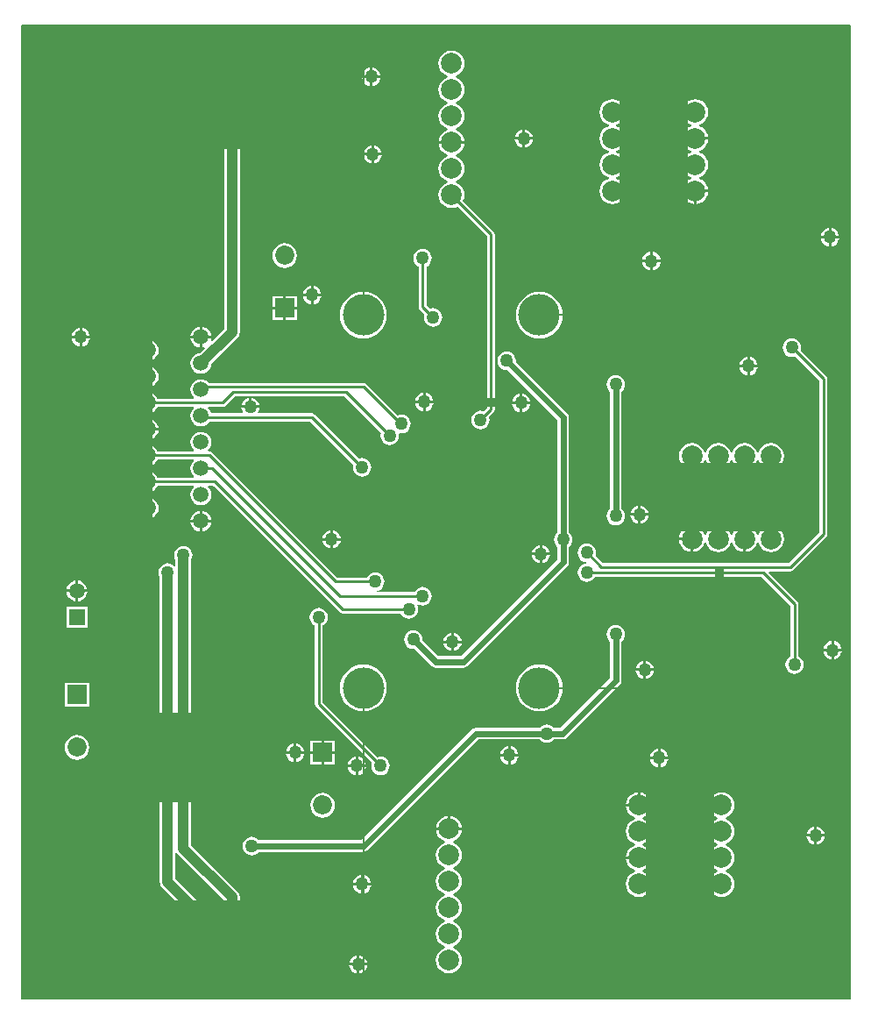
<source format=gbl>
%FSLAX25Y25*%
%MOIN*%
G70*
G01*
G75*
G04 Layer_Physical_Order=2*
G04 Layer_Color=16711680*
%ADD10R,0.04213X0.08504*%
%ADD11R,0.32795X0.31496*%
%ADD12R,0.03937X0.03937*%
%ADD13R,0.03937X0.03937*%
%ADD14R,0.09843X0.09055*%
%ADD15R,0.05906X0.01969*%
%ADD16R,0.01969X0.05906*%
%ADD17C,0.01000*%
%ADD18C,0.02362*%
%ADD19C,0.03937*%
%ADD20C,0.00787*%
%ADD21R,0.40000X0.34016*%
%ADD22R,0.03543X0.06693*%
%ADD23R,0.06693X0.03543*%
%ADD24R,0.03937X0.07087*%
%ADD25R,0.17716X0.15748*%
%ADD26R,0.39370X0.39370*%
%ADD27R,0.07087X0.03937*%
%ADD28R,0.40158X0.25984*%
%ADD29R,0.25984X0.40158*%
%ADD30R,0.19685X0.79528*%
%ADD31R,0.27559X0.27559*%
%ADD32C,0.05906*%
%ADD33R,0.05906X0.05906*%
%ADD34R,0.07284X0.07284*%
%ADD35C,0.07284*%
%ADD36C,0.07874*%
%ADD37C,0.05000*%
%ADD38C,0.15748*%
G36*
X381187Y-0D02*
X696148D01*
Y370079D01*
X381187D01*
Y-0D01*
D02*
G37*
%LPC*%
G36*
X690105Y131957D02*
X693069D01*
X693015Y131543D01*
X692662Y130692D01*
X692101Y129961D01*
X691370Y129400D01*
X690519Y129047D01*
X690105Y128992D01*
Y131957D01*
D02*
G37*
G36*
X686140D02*
X689105D01*
Y128992D01*
X688691Y129047D01*
X687840Y129400D01*
X687109Y129961D01*
X686548Y130692D01*
X686195Y131543D01*
X686140Y131957D01*
D02*
G37*
G36*
X617648Y128464D02*
Y125500D01*
X614684D01*
X614738Y125914D01*
X615091Y126765D01*
X615652Y127496D01*
X616383Y128057D01*
X617234Y128410D01*
X617648Y128464D01*
D02*
G37*
G36*
X614684Y124500D02*
X617648D01*
Y121536D01*
X617234Y121590D01*
X616383Y121943D01*
X615652Y122504D01*
X615091Y123235D01*
X614738Y124086D01*
X614684Y124500D01*
D02*
G37*
G36*
X618648Y128464D02*
X619062Y128410D01*
X619913Y128057D01*
X620644Y127496D01*
X621205Y126765D01*
X621558Y125914D01*
X621612Y125500D01*
X618648D01*
Y128464D01*
D02*
G37*
G36*
X689105Y135921D02*
Y132957D01*
X686140D01*
X686195Y133370D01*
X686548Y134222D01*
X687109Y134953D01*
X687840Y135514D01*
X688691Y135867D01*
X689105Y135921D01*
D02*
G37*
G36*
X645758Y143980D02*
X647047Y143810D01*
X648248Y143313D01*
X649279Y142521D01*
X650071Y141490D01*
X650568Y140289D01*
X650738Y139000D01*
X650568Y137711D01*
X650071Y136510D01*
X649279Y135479D01*
X648248Y134687D01*
X647047Y134190D01*
X645758Y134020D01*
X644469Y134190D01*
X643268Y134687D01*
X642237Y135479D01*
X641446Y136510D01*
X640948Y137711D01*
X640779Y139000D01*
X640948Y140289D01*
X641446Y141490D01*
X642237Y142521D01*
X643268Y143313D01*
X644469Y143810D01*
X645758Y143980D01*
D02*
G37*
G36*
X690105Y135921D02*
X690519Y135867D01*
X691370Y135514D01*
X692101Y134953D01*
X692662Y134222D01*
X693015Y133370D01*
X693069Y132957D01*
X690105D01*
Y135921D01*
D02*
G37*
G36*
X545495Y135153D02*
X548459D01*
X548404Y134740D01*
X548052Y133888D01*
X547491Y133157D01*
X546760Y132596D01*
X545908Y132244D01*
X545495Y132189D01*
Y135153D01*
D02*
G37*
G36*
X541530D02*
X544494D01*
Y132189D01*
X544081Y132244D01*
X543229Y132596D01*
X542498Y133157D01*
X541937Y133888D01*
X541585Y134740D01*
X541530Y135153D01*
D02*
G37*
G36*
X618648Y124500D02*
X621612D01*
X621558Y124086D01*
X621205Y123235D01*
X620644Y122504D01*
X619913Y121943D01*
X619062Y121590D01*
X618648Y121536D01*
Y124500D01*
D02*
G37*
G36*
X496148Y98142D02*
X500290D01*
Y94000D01*
X496148D01*
Y98142D01*
D02*
G37*
G36*
X491006D02*
X495148D01*
Y94000D01*
X491006D01*
Y98142D01*
D02*
G37*
G36*
X566148Y95964D02*
Y93000D01*
X563184D01*
X563238Y93414D01*
X563591Y94265D01*
X564152Y94996D01*
X564883Y95557D01*
X565734Y95910D01*
X566148Y95964D01*
D02*
G37*
G36*
X623148Y94964D02*
Y92000D01*
X620184D01*
X620238Y92414D01*
X620591Y93265D01*
X621152Y93996D01*
X621883Y94557D01*
X622734Y94910D01*
X623148Y94964D01*
D02*
G37*
G36*
X567148Y95964D02*
X567562Y95910D01*
X568413Y95557D01*
X569144Y94996D01*
X569705Y94265D01*
X570058Y93414D01*
X570112Y93000D01*
X567148D01*
Y95964D01*
D02*
G37*
G36*
X511109Y127027D02*
X512848Y126856D01*
X514521Y126348D01*
X516063Y125524D01*
X517414Y124416D01*
X518523Y123064D01*
X519347Y121523D01*
X519854Y119850D01*
X520026Y118110D01*
X519854Y116371D01*
X519347Y114698D01*
X518523Y113156D01*
X517414Y111805D01*
X516063Y110696D01*
X514521Y109872D01*
X512848Y109365D01*
X511109Y109193D01*
X509369Y109365D01*
X507696Y109872D01*
X506155Y110696D01*
X504804Y111805D01*
X503694Y113156D01*
X502871Y114698D01*
X502363Y116371D01*
X502192Y118110D01*
X502363Y119850D01*
X502871Y121523D01*
X503694Y123064D01*
X504804Y124416D01*
X506155Y125524D01*
X507696Y126348D01*
X509369Y126856D01*
X511109Y127027D01*
D02*
G37*
G36*
X397506Y120142D02*
X406790D01*
Y110858D01*
X397506D01*
Y120142D01*
D02*
G37*
G36*
X578038Y127027D02*
X579777Y126856D01*
X581450Y126348D01*
X582992Y125524D01*
X584343Y124416D01*
X585452Y123064D01*
X586276Y121523D01*
X586783Y119850D01*
X586955Y118110D01*
X586783Y116371D01*
X586276Y114698D01*
X585452Y113156D01*
X584343Y111805D01*
X582992Y110696D01*
X581450Y109872D01*
X579777Y109365D01*
X578038Y109193D01*
X576298Y109365D01*
X574625Y109872D01*
X573084Y110696D01*
X571733Y111805D01*
X570624Y113156D01*
X569800Y114698D01*
X569292Y116371D01*
X569121Y118110D01*
X569292Y119850D01*
X569800Y121523D01*
X570624Y123064D01*
X571733Y124416D01*
X573084Y125524D01*
X574625Y126348D01*
X576298Y126856D01*
X578038Y127027D01*
D02*
G37*
G36*
X485648Y96964D02*
X486062Y96910D01*
X486913Y96557D01*
X487644Y95996D01*
X488205Y95265D01*
X488558Y94414D01*
X488612Y94000D01*
X485648D01*
Y96964D01*
D02*
G37*
G36*
X484648D02*
Y94000D01*
X481684D01*
X481738Y94414D01*
X482091Y95265D01*
X482652Y95996D01*
X483383Y96557D01*
X484234Y96910D01*
X484648Y96964D01*
D02*
G37*
G36*
X660038Y138500D02*
X664452D01*
X664348Y137711D01*
X663850Y136510D01*
X663059Y135479D01*
X662028Y134687D01*
X660827Y134190D01*
X660038Y134086D01*
Y138500D01*
D02*
G37*
G36*
X666148Y179732D02*
X667437Y179562D01*
X668638Y179064D01*
X669669Y178273D01*
X670461Y177242D01*
X670958Y176041D01*
X671128Y174752D01*
X670958Y173463D01*
X670461Y172262D01*
X669669Y171231D01*
X668638Y170440D01*
X667437Y169942D01*
X666148Y169772D01*
X664859Y169942D01*
X663658Y170440D01*
X662627Y171231D01*
X661836Y172262D01*
X661419Y173269D01*
X660878D01*
X660461Y172262D01*
X659669Y171231D01*
X658638Y170440D01*
X657437Y169942D01*
X656648Y169838D01*
Y174752D01*
Y179666D01*
X657437Y179562D01*
X658638Y179064D01*
X659669Y178273D01*
X660461Y177242D01*
X660878Y176235D01*
X661419D01*
X661836Y177242D01*
X662627Y178273D01*
X663658Y179064D01*
X664859Y179562D01*
X666148Y179732D01*
D02*
G37*
G36*
X631234Y174252D02*
X635648D01*
Y169838D01*
X634859Y169942D01*
X633658Y170440D01*
X632627Y171231D01*
X631836Y172262D01*
X631338Y173463D01*
X631234Y174252D01*
D02*
G37*
G36*
X578148Y172464D02*
Y169500D01*
X575184D01*
X575238Y169914D01*
X575591Y170765D01*
X576152Y171496D01*
X576883Y172057D01*
X577734Y172410D01*
X578148Y172464D01*
D02*
G37*
G36*
X575184Y168500D02*
X578148D01*
Y165536D01*
X577734Y165590D01*
X576883Y165943D01*
X576152Y166504D01*
X575591Y167235D01*
X575238Y168086D01*
X575184Y168500D01*
D02*
G37*
G36*
X579148Y172464D02*
X579562Y172410D01*
X580413Y172057D01*
X581144Y171496D01*
X581705Y170765D01*
X582058Y169914D01*
X582112Y169500D01*
X579148D01*
Y172464D01*
D02*
G37*
G36*
X498494Y178118D02*
Y175154D01*
X495530D01*
X495585Y175567D01*
X495937Y176419D01*
X496498Y177150D01*
X497229Y177711D01*
X498081Y178063D01*
X498494Y178118D01*
D02*
G37*
G36*
X635648Y179666D02*
Y175252D01*
X631234D01*
X631338Y176041D01*
X631836Y177242D01*
X632627Y178273D01*
X633658Y179064D01*
X634859Y179562D01*
X635648Y179666D01*
D02*
G37*
G36*
X499495Y178118D02*
X499908Y178063D01*
X500760Y177711D01*
X501491Y177150D01*
X502052Y176419D01*
X502404Y175567D01*
X502459Y175154D01*
X499495D01*
Y178118D01*
D02*
G37*
G36*
Y174153D02*
X502459D01*
X502404Y173740D01*
X502052Y172888D01*
X501491Y172157D01*
X500760Y171596D01*
X499908Y171244D01*
X499495Y171189D01*
Y174153D01*
D02*
G37*
G36*
X495530D02*
X498494D01*
Y171189D01*
X498081Y171244D01*
X497229Y171596D01*
X496498Y172157D01*
X495937Y172888D01*
X495585Y173740D01*
X495530Y174153D01*
D02*
G37*
G36*
X579148Y168500D02*
X582112D01*
X582058Y168086D01*
X581705Y167235D01*
X581144Y166504D01*
X580413Y165943D01*
X579562Y165590D01*
X579148Y165536D01*
Y168500D01*
D02*
G37*
G36*
X660038Y143914D02*
X660827Y143810D01*
X662028Y143313D01*
X663059Y142521D01*
X663850Y141490D01*
X664348Y140289D01*
X664452Y139500D01*
X660038D01*
Y143914D01*
D02*
G37*
G36*
X659038D02*
Y139500D01*
X654624D01*
X654728Y140289D01*
X655225Y141490D01*
X656017Y142521D01*
X657048Y143313D01*
X658249Y143810D01*
X659038Y143914D01*
D02*
G37*
G36*
X544494Y139118D02*
Y136153D01*
X541530D01*
X541585Y136567D01*
X541937Y137419D01*
X542498Y138150D01*
X543229Y138711D01*
X544081Y139063D01*
X544494Y139118D01*
D02*
G37*
G36*
X654624Y138500D02*
X659038D01*
Y134086D01*
X658249Y134190D01*
X657048Y134687D01*
X656017Y135479D01*
X655225Y136510D01*
X654728Y137711D01*
X654624Y138500D01*
D02*
G37*
G36*
X545495Y139118D02*
X545908Y139063D01*
X546760Y138711D01*
X547491Y138150D01*
X548052Y137419D01*
X548404Y136567D01*
X548459Y136153D01*
X545495D01*
Y139118D01*
D02*
G37*
G36*
X402648Y158921D02*
X403180Y158851D01*
X404142Y158453D01*
X404967Y157819D01*
X405601Y156993D01*
X405999Y156032D01*
X406069Y155500D01*
X402648D01*
Y158921D01*
D02*
G37*
G36*
X401648D02*
Y155500D01*
X398227D01*
X398297Y156032D01*
X398695Y156993D01*
X399329Y157819D01*
X400155Y158453D01*
X401116Y158851D01*
X401648Y158921D01*
D02*
G37*
G36*
X398227Y154500D02*
X401648D01*
Y151079D01*
X401116Y151149D01*
X400155Y151547D01*
X399329Y152181D01*
X398695Y153007D01*
X398297Y153968D01*
X398227Y154500D01*
D02*
G37*
G36*
X398195Y148953D02*
X406101D01*
Y141047D01*
X398195D01*
Y148953D01*
D02*
G37*
G36*
X402648Y154500D02*
X406069D01*
X405999Y153968D01*
X405601Y153007D01*
X404967Y152181D01*
X404142Y151547D01*
X403180Y151149D01*
X402648Y151079D01*
Y154500D01*
D02*
G37*
G36*
X580148Y53524D02*
X580937Y53420D01*
X582138Y52923D01*
X583169Y52131D01*
X583960Y51100D01*
X584458Y49899D01*
X584562Y49110D01*
X580148D01*
Y53524D01*
D02*
G37*
G36*
X579148D02*
Y49110D01*
X574734D01*
X574838Y49899D01*
X575336Y51100D01*
X576127Y52131D01*
X577158Y52923D01*
X578359Y53420D01*
X579148Y53524D01*
D02*
G37*
G36*
X510148Y46964D02*
Y44000D01*
X507184D01*
X507238Y44414D01*
X507591Y45265D01*
X508152Y45996D01*
X508883Y46557D01*
X509734Y46910D01*
X510148Y46964D01*
D02*
G37*
G36*
X574734Y48110D02*
X579148D01*
Y43696D01*
X578359Y43800D01*
X577158Y44298D01*
X576127Y45089D01*
X575336Y46120D01*
X574838Y47321D01*
X574734Y48110D01*
D02*
G37*
G36*
X511148Y46964D02*
X511562Y46910D01*
X512413Y46557D01*
X513144Y45996D01*
X513705Y45265D01*
X514058Y44414D01*
X514112Y44000D01*
X511148D01*
Y46964D01*
D02*
G37*
G36*
X683648Y61500D02*
X686612D01*
X686558Y61086D01*
X686205Y60235D01*
X685644Y59504D01*
X684913Y58943D01*
X684062Y58590D01*
X683648Y58536D01*
Y61500D01*
D02*
G37*
G36*
X679684D02*
X682648D01*
Y58536D01*
X682234Y58590D01*
X681383Y58943D01*
X680652Y59504D01*
X680091Y60235D01*
X679738Y61086D01*
X679684Y61500D01*
D02*
G37*
G36*
X579648Y67369D02*
X580937Y67200D01*
X582138Y66702D01*
X583169Y65911D01*
X583960Y64880D01*
X584458Y63679D01*
X584628Y62390D01*
X584458Y61101D01*
X583960Y59900D01*
X583169Y58869D01*
X582138Y58077D01*
X580937Y57580D01*
X579648Y57410D01*
X578359Y57580D01*
X577158Y58077D01*
X576127Y58869D01*
X575336Y59900D01*
X574838Y61101D01*
X574669Y62390D01*
X574838Y63679D01*
X575336Y64880D01*
X576127Y65911D01*
X577158Y66702D01*
X578359Y67200D01*
X579648Y67369D01*
D02*
G37*
G36*
X610986Y73000D02*
X620814D01*
X620710Y72211D01*
X620213Y71010D01*
X619421Y69979D01*
X618390Y69187D01*
X617383Y68771D01*
Y68229D01*
X618390Y67813D01*
X619421Y67021D01*
X620213Y65990D01*
X620710Y64789D01*
X620880Y63500D01*
X620710Y62211D01*
X620213Y61010D01*
X619421Y59979D01*
X618390Y59188D01*
X617383Y58771D01*
Y58229D01*
X618390Y57812D01*
X619421Y57021D01*
X620213Y55990D01*
X620710Y54789D01*
X620814Y54000D01*
X610986D01*
X611090Y54789D01*
X611588Y55990D01*
X612379Y57021D01*
X613410Y57812D01*
X614417Y58229D01*
Y58771D01*
X613410Y59188D01*
X612379Y59979D01*
X611588Y61010D01*
X611090Y62211D01*
X610920Y63500D01*
X611090Y64789D01*
X611588Y65990D01*
X612379Y67021D01*
X613410Y67813D01*
X614417Y68229D01*
Y68771D01*
X613410Y69187D01*
X612379Y69979D01*
X611588Y71010D01*
X611090Y72211D01*
X610986Y73000D01*
D02*
G37*
G36*
X607148Y142030D02*
X608062Y141910D01*
X608913Y141557D01*
X609644Y140996D01*
X610205Y140265D01*
X610558Y139414D01*
X610678Y138500D01*
X610558Y137586D01*
X610205Y136735D01*
X609644Y136004D01*
X609372Y135795D01*
Y121000D01*
X609372Y121000D01*
X609203Y120149D01*
X608721Y119428D01*
X588471Y99177D01*
X588471Y99177D01*
X587749Y98695D01*
X586898Y98526D01*
X583603D01*
X583394Y98254D01*
X582663Y97693D01*
X581812Y97340D01*
X580898Y97220D01*
X579984Y97340D01*
X579133Y97693D01*
X578402Y98254D01*
X578193Y98526D01*
X554819D01*
X512721Y56428D01*
X511999Y55945D01*
X511148Y55776D01*
X511148Y55776D01*
X471353D01*
X471144Y55504D01*
X470413Y54943D01*
X469562Y54590D01*
X468648Y54470D01*
X467734Y54590D01*
X466883Y54943D01*
X466152Y55504D01*
X465591Y56235D01*
X465238Y57086D01*
X465118Y58000D01*
X465238Y58914D01*
X465591Y59765D01*
X466152Y60496D01*
X466883Y61057D01*
X467734Y61410D01*
X468648Y61530D01*
X469562Y61410D01*
X470413Y61057D01*
X471144Y60496D01*
X471353Y60224D01*
X510227D01*
X552326Y102322D01*
X553047Y102805D01*
X553898Y102974D01*
X553898Y102974D01*
X578193D01*
X578402Y103246D01*
X579133Y103807D01*
X579984Y104160D01*
X580898Y104280D01*
X581812Y104160D01*
X582663Y103807D01*
X583394Y103246D01*
X583603Y102974D01*
X585977D01*
X604924Y121921D01*
Y135795D01*
X604652Y136004D01*
X604091Y136735D01*
X603738Y137586D01*
X603618Y138500D01*
X603738Y139414D01*
X604091Y140265D01*
X604652Y140996D01*
X605383Y141557D01*
X606234Y141910D01*
X607148Y142030D01*
D02*
G37*
G36*
X580148Y48110D02*
X584562D01*
X584458Y47321D01*
X583960Y46120D01*
X583169Y45089D01*
X582138Y44298D01*
X580937Y43800D01*
X580148Y43696D01*
Y48110D01*
D02*
G37*
G36*
X509648Y16464D02*
X510062Y16410D01*
X510913Y16057D01*
X511644Y15496D01*
X512205Y14765D01*
X512558Y13914D01*
X512612Y13500D01*
X509648D01*
Y16464D01*
D02*
G37*
G36*
X508648D02*
Y13500D01*
X505684D01*
X505738Y13914D01*
X506091Y14765D01*
X506652Y15496D01*
X507383Y16057D01*
X508234Y16410D01*
X508648Y16464D01*
D02*
G37*
G36*
X505684Y12500D02*
X508648D01*
Y9536D01*
X508234Y9590D01*
X507383Y9943D01*
X506652Y10504D01*
X506091Y11235D01*
X505738Y12086D01*
X505684Y12500D01*
D02*
G37*
G36*
X538734Y64000D02*
X548562D01*
X548458Y63211D01*
X547961Y62010D01*
X547169Y60979D01*
X546138Y60188D01*
X545131Y59771D01*
Y59229D01*
X546138Y58812D01*
X547169Y58021D01*
X547961Y56990D01*
X548458Y55789D01*
X548628Y54500D01*
X548458Y53211D01*
X547961Y52010D01*
X547169Y50979D01*
X546138Y50187D01*
X545131Y49771D01*
Y49229D01*
X546138Y48812D01*
X547169Y48021D01*
X547961Y46990D01*
X548458Y45789D01*
X548628Y44500D01*
X548458Y43211D01*
X547961Y42010D01*
X547169Y40979D01*
X546138Y40187D01*
X545131Y39771D01*
Y39229D01*
X546138Y38813D01*
X547169Y38021D01*
X547961Y36990D01*
X548458Y35789D01*
X548628Y34500D01*
X548458Y33211D01*
X547961Y32010D01*
X547169Y30979D01*
X546138Y30187D01*
X545131Y29771D01*
Y29229D01*
X546138Y28813D01*
X547169Y28021D01*
X547961Y26990D01*
X548458Y25789D01*
X548628Y24500D01*
X548458Y23211D01*
X547961Y22010D01*
X547169Y20979D01*
X546138Y20188D01*
X545131Y19771D01*
Y19229D01*
X546138Y18812D01*
X547169Y18021D01*
X547961Y16990D01*
X548458Y15789D01*
X548628Y14500D01*
X548458Y13211D01*
X547961Y12010D01*
X547169Y10979D01*
X546138Y10187D01*
X544937Y9690D01*
X543648Y9520D01*
X542359Y9690D01*
X541158Y10187D01*
X540127Y10979D01*
X539336Y12010D01*
X538838Y13211D01*
X538668Y14500D01*
X538838Y15789D01*
X539336Y16990D01*
X540127Y18021D01*
X541158Y18812D01*
X542165Y19229D01*
Y19771D01*
X541158Y20188D01*
X540127Y20979D01*
X539336Y22010D01*
X538838Y23211D01*
X538668Y24500D01*
X538838Y25789D01*
X539336Y26990D01*
X540127Y28021D01*
X541158Y28813D01*
X542165Y29229D01*
Y29771D01*
X541158Y30187D01*
X540127Y30979D01*
X539336Y32010D01*
X538838Y33211D01*
X538668Y34500D01*
X538838Y35789D01*
X539336Y36990D01*
X540127Y38021D01*
X541158Y38813D01*
X542165Y39229D01*
Y39771D01*
X541158Y40187D01*
X540127Y40979D01*
X539336Y42010D01*
X538838Y43211D01*
X538668Y44500D01*
X538838Y45789D01*
X539336Y46990D01*
X540127Y48021D01*
X541158Y48812D01*
X542165Y49229D01*
Y49771D01*
X541158Y50187D01*
X540127Y50979D01*
X539336Y52010D01*
X538838Y53211D01*
X538668Y54500D01*
X538838Y55789D01*
X539336Y56990D01*
X540127Y58021D01*
X541158Y58812D01*
X542165Y59229D01*
Y59771D01*
X541158Y60188D01*
X540127Y60979D01*
X539336Y62010D01*
X538838Y63211D01*
X538734Y64000D01*
D02*
G37*
G36*
X509648Y12500D02*
X512612D01*
X512558Y12086D01*
X512205Y11235D01*
X511644Y10504D01*
X510913Y9943D01*
X510062Y9590D01*
X509648Y9536D01*
Y12500D01*
D02*
G37*
G36*
X511148Y43000D02*
X514112D01*
X514058Y42586D01*
X513705Y41735D01*
X513144Y41004D01*
X512413Y40443D01*
X511562Y40090D01*
X511148Y40036D01*
Y43000D01*
D02*
G37*
G36*
X507184D02*
X510148D01*
Y40036D01*
X509734Y40090D01*
X508883Y40443D01*
X508741Y40551D01*
X508563Y40587D01*
X508067Y40919D01*
X507735Y41415D01*
X507700Y41593D01*
X507591Y41735D01*
X507238Y42586D01*
X507184Y43000D01*
D02*
G37*
G36*
X610986Y53000D02*
X620814D01*
X620710Y52211D01*
X620213Y51010D01*
X619421Y49979D01*
X618390Y49187D01*
X617383Y48771D01*
Y48229D01*
X618390Y47813D01*
X619421Y47021D01*
X620213Y45990D01*
X620710Y44789D01*
X620880Y43500D01*
X620710Y42211D01*
X620213Y41010D01*
X619421Y39979D01*
X618390Y39187D01*
X617189Y38690D01*
X615900Y38520D01*
X614611Y38690D01*
X613410Y39187D01*
X612379Y39979D01*
X611588Y41010D01*
X611090Y42211D01*
X610920Y43500D01*
X611090Y44789D01*
X611588Y45990D01*
X612379Y47021D01*
X613410Y47813D01*
X614417Y48229D01*
Y48771D01*
X613410Y49187D01*
X612379Y49979D01*
X611588Y51010D01*
X611090Y52211D01*
X610986Y53000D01*
D02*
G37*
G36*
X442648Y172030D02*
X443562Y171910D01*
X444413Y171557D01*
X445144Y170996D01*
X445705Y170265D01*
X446058Y169414D01*
X446178Y168500D01*
X446058Y167586D01*
X445705Y166735D01*
X445642Y166653D01*
Y58240D01*
X463265Y40617D01*
X463741Y39997D01*
X463953Y39486D01*
X464040Y39275D01*
X464142Y38500D01*
Y27110D01*
X464040Y26335D01*
X463953Y26124D01*
X463741Y25613D01*
X463265Y24993D01*
X455541Y17269D01*
X455628Y16610D01*
X455458Y15321D01*
X454960Y14120D01*
X454169Y13089D01*
X453138Y12298D01*
X451937Y11800D01*
X450648Y11631D01*
X449359Y11800D01*
X448158Y12298D01*
X447127Y13089D01*
X446336Y14120D01*
X445838Y15321D01*
X445669Y16610D01*
X445838Y17899D01*
X446336Y19100D01*
X447127Y20131D01*
X448158Y20923D01*
X449359Y21420D01*
X450648Y21590D01*
X451307Y21503D01*
X458154Y28350D01*
Y37260D01*
X440531Y54883D01*
X440142Y55389D01*
X439642Y55259D01*
Y45630D01*
X449990Y35283D01*
X450648Y35369D01*
X451937Y35200D01*
X453138Y34702D01*
X454169Y33911D01*
X454960Y32880D01*
X455458Y31679D01*
X455628Y30390D01*
X455458Y29101D01*
X454960Y27900D01*
X454169Y26869D01*
X453138Y26077D01*
X451937Y25580D01*
X450648Y25410D01*
X449359Y25580D01*
X448158Y26077D01*
X447127Y26869D01*
X446336Y27900D01*
X445838Y29101D01*
X445669Y30390D01*
X445755Y31048D01*
X434531Y42273D01*
X434055Y42893D01*
X433844Y43403D01*
X433756Y43615D01*
X433654Y44390D01*
Y160153D01*
X433591Y160235D01*
X433238Y161086D01*
X433118Y162000D01*
X433238Y162914D01*
X433591Y163765D01*
X434152Y164496D01*
X434883Y165057D01*
X435734Y165410D01*
X436648Y165530D01*
X437562Y165410D01*
X438413Y165057D01*
X439144Y164496D01*
X439181Y164449D01*
X439654Y164610D01*
Y166653D01*
X439591Y166735D01*
X439238Y167586D01*
X439118Y168500D01*
X439238Y169414D01*
X439591Y170265D01*
X440152Y170996D01*
X440883Y171557D01*
X441734Y171910D01*
X442648Y172030D01*
D02*
G37*
G36*
X647396Y78480D02*
X648685Y78310D01*
X649886Y77812D01*
X650917Y77021D01*
X651709Y75990D01*
X652206Y74789D01*
X652376Y73500D01*
X652206Y72211D01*
X651709Y71010D01*
X650917Y69979D01*
X649886Y69187D01*
X648879Y68771D01*
Y68229D01*
X649886Y67813D01*
X650917Y67021D01*
X651709Y65990D01*
X652206Y64789D01*
X652376Y63500D01*
X652206Y62211D01*
X651709Y61010D01*
X650917Y59979D01*
X649886Y59188D01*
X648879Y58771D01*
Y58229D01*
X649886Y57812D01*
X650917Y57021D01*
X651709Y55990D01*
X652206Y54789D01*
X652376Y53500D01*
X652206Y52211D01*
X651709Y51010D01*
X650917Y49979D01*
X649886Y49187D01*
X648879Y48771D01*
Y48229D01*
X649886Y47813D01*
X650917Y47021D01*
X651709Y45990D01*
X652206Y44789D01*
X652376Y43500D01*
X652206Y42211D01*
X651709Y41010D01*
X650917Y39979D01*
X649886Y39187D01*
X648685Y38690D01*
X647396Y38520D01*
X646107Y38690D01*
X644906Y39187D01*
X643875Y39979D01*
X643084Y41010D01*
X642586Y42211D01*
X642416Y43500D01*
X642586Y44789D01*
X643084Y45990D01*
X643875Y47021D01*
X644906Y47813D01*
X645913Y48229D01*
Y48771D01*
X644906Y49187D01*
X643875Y49979D01*
X643084Y51010D01*
X642586Y52211D01*
X642416Y53500D01*
X642586Y54789D01*
X643084Y55990D01*
X643875Y57021D01*
X644906Y57812D01*
X645913Y58229D01*
Y58771D01*
X644906Y59188D01*
X643875Y59979D01*
X643084Y61010D01*
X642586Y62211D01*
X642416Y63500D01*
X642586Y64789D01*
X643084Y65990D01*
X643875Y67021D01*
X644906Y67813D01*
X645913Y68229D01*
Y68771D01*
X644906Y69187D01*
X643875Y69979D01*
X643084Y71010D01*
X642586Y72211D01*
X642416Y73500D01*
X642586Y74789D01*
X643084Y75990D01*
X643875Y77021D01*
X644906Y77812D01*
X646107Y78310D01*
X647396Y78480D01*
D02*
G37*
G36*
X683648Y65464D02*
X684062Y65410D01*
X684913Y65057D01*
X685644Y64496D01*
X686205Y63765D01*
X686558Y62914D01*
X686612Y62500D01*
X683648D01*
Y65464D01*
D02*
G37*
G36*
X567148Y92000D02*
X570112D01*
X570058Y91586D01*
X569705Y90735D01*
X569144Y90004D01*
X568413Y89443D01*
X567562Y89090D01*
X567148Y89036D01*
Y92000D01*
D02*
G37*
G36*
X563184D02*
X566148D01*
Y89036D01*
X565734Y89090D01*
X564883Y89443D01*
X564152Y90004D01*
X563591Y90735D01*
X563238Y91586D01*
X563184Y92000D01*
D02*
G37*
G36*
X508148Y91964D02*
Y89000D01*
X505184D01*
X505238Y89414D01*
X505591Y90265D01*
X506152Y90996D01*
X506883Y91557D01*
X507734Y91910D01*
X508148Y91964D01*
D02*
G37*
G36*
X491006Y93000D02*
X495148D01*
Y88858D01*
X491006D01*
Y93000D01*
D02*
G37*
G36*
X509148Y91964D02*
X509562Y91910D01*
X510413Y91557D01*
X511144Y90996D01*
X511705Y90265D01*
X512058Y89414D01*
X512112Y89000D01*
X509148D01*
Y91964D01*
D02*
G37*
G36*
X494148Y148530D02*
X495062Y148410D01*
X495913Y148057D01*
X496644Y147496D01*
X497205Y146765D01*
X497558Y145914D01*
X497678Y145000D01*
X497558Y144086D01*
X497205Y143235D01*
X496644Y142504D01*
X495913Y141943D01*
X495678Y141845D01*
Y112634D01*
X516499Y91812D01*
X516734Y91910D01*
X517648Y92030D01*
X518562Y91910D01*
X519413Y91557D01*
X520144Y90996D01*
X520705Y90265D01*
X521058Y89414D01*
X521178Y88500D01*
X521058Y87586D01*
X520705Y86735D01*
X520144Y86004D01*
X519413Y85443D01*
X518562Y85090D01*
X517648Y84970D01*
X516734Y85090D01*
X515883Y85443D01*
X515152Y86004D01*
X514591Y86735D01*
X514238Y87586D01*
X514118Y88500D01*
X514238Y89414D01*
X514336Y89649D01*
X493067Y110919D01*
X492735Y111415D01*
X492619Y112000D01*
Y141845D01*
X492383Y141943D01*
X491652Y142504D01*
X491091Y143235D01*
X490738Y144086D01*
X490618Y145000D01*
X490738Y145914D01*
X491091Y146765D01*
X491652Y147496D01*
X492383Y148057D01*
X493234Y148410D01*
X494148Y148530D01*
D02*
G37*
G36*
X624148Y94964D02*
X624562Y94910D01*
X625413Y94557D01*
X626144Y93996D01*
X626705Y93265D01*
X627058Y92414D01*
X627112Y92000D01*
X624148D01*
Y94964D01*
D02*
G37*
G36*
X402148Y100182D02*
X403360Y100022D01*
X404489Y99555D01*
X405459Y98810D01*
X406203Y97841D01*
X406670Y96712D01*
X406830Y95500D01*
X406670Y94288D01*
X406203Y93159D01*
X405459Y92190D01*
X404489Y91445D01*
X403360Y90978D01*
X402148Y90818D01*
X400936Y90978D01*
X399807Y91445D01*
X398838Y92190D01*
X398094Y93159D01*
X397626Y94288D01*
X397466Y95500D01*
X397626Y96712D01*
X398094Y97841D01*
X398838Y98810D01*
X399807Y99555D01*
X400936Y100022D01*
X402148Y100182D01*
D02*
G37*
G36*
X485648Y93000D02*
X488612D01*
X488558Y92586D01*
X488205Y91735D01*
X487644Y91004D01*
X486913Y90443D01*
X486062Y90090D01*
X485648Y90036D01*
Y93000D01*
D02*
G37*
G36*
X481684D02*
X484648D01*
Y90036D01*
X484234Y90090D01*
X483383Y90443D01*
X482652Y91004D01*
X482091Y91735D01*
X481738Y92586D01*
X481684Y93000D01*
D02*
G37*
G36*
X496148D02*
X500290D01*
Y88858D01*
X496148D01*
Y93000D01*
D02*
G37*
G36*
X495648Y78182D02*
X496860Y78022D01*
X497989Y77555D01*
X498959Y76810D01*
X499703Y75841D01*
X500170Y74712D01*
X500330Y73500D01*
X500170Y72288D01*
X499703Y71159D01*
X498959Y70189D01*
X497989Y69446D01*
X496860Y68978D01*
X495648Y68818D01*
X494436Y68978D01*
X493307Y69446D01*
X492338Y70189D01*
X491594Y71159D01*
X491126Y72288D01*
X490966Y73500D01*
X491126Y74712D01*
X491594Y75841D01*
X492338Y76810D01*
X493307Y77555D01*
X494436Y78022D01*
X495648Y78182D01*
D02*
G37*
G36*
X616400Y78414D02*
X617189Y78310D01*
X618390Y77812D01*
X619421Y77021D01*
X620213Y75990D01*
X620710Y74789D01*
X620814Y74000D01*
X616400D01*
Y78414D01*
D02*
G37*
G36*
X543148Y69414D02*
Y65000D01*
X538734D01*
X538838Y65789D01*
X539336Y66990D01*
X540127Y68021D01*
X541158Y68813D01*
X542359Y69310D01*
X543148Y69414D01*
D02*
G37*
G36*
X682648Y65464D02*
Y62500D01*
X679684D01*
X679738Y62914D01*
X680091Y63765D01*
X680652Y64496D01*
X681383Y65057D01*
X682234Y65410D01*
X682648Y65464D01*
D02*
G37*
G36*
X544148Y69414D02*
X544937Y69310D01*
X546138Y68813D01*
X547169Y68021D01*
X547961Y66990D01*
X548458Y65789D01*
X548562Y65000D01*
X544148D01*
Y69414D01*
D02*
G37*
G36*
X624148Y91000D02*
X627112D01*
X627058Y90586D01*
X626705Y89735D01*
X626144Y89004D01*
X625413Y88443D01*
X624562Y88090D01*
X624148Y88036D01*
Y91000D01*
D02*
G37*
G36*
X620184D02*
X623148D01*
Y88036D01*
X622734Y88090D01*
X621883Y88443D01*
X621152Y89004D01*
X620591Y89735D01*
X620238Y90586D01*
X620184Y91000D01*
D02*
G37*
G36*
X505184Y88000D02*
X508148D01*
Y85036D01*
X507734Y85090D01*
X506883Y85443D01*
X506152Y86004D01*
X505591Y86735D01*
X505238Y87586D01*
X505184Y88000D01*
D02*
G37*
G36*
X615400Y78414D02*
Y74000D01*
X610986D01*
X611090Y74789D01*
X611588Y75990D01*
X612379Y77021D01*
X613410Y77812D01*
X614611Y78310D01*
X615400Y78414D01*
D02*
G37*
G36*
X509148Y88000D02*
X512112D01*
X512058Y87586D01*
X511705Y86735D01*
X511144Y86004D01*
X510413Y85443D01*
X509562Y85090D01*
X509148Y85036D01*
Y88000D01*
D02*
G37*
G36*
X646148Y179732D02*
X647437Y179562D01*
X648638Y179064D01*
X649669Y178273D01*
X650460Y177242D01*
X650878Y176235D01*
X651419D01*
X651836Y177242D01*
X652627Y178273D01*
X653658Y179064D01*
X654859Y179562D01*
X655648Y179666D01*
Y174752D01*
Y169838D01*
X654859Y169942D01*
X653658Y170440D01*
X652627Y171231D01*
X651836Y172262D01*
X651419Y173269D01*
X650878D01*
X650460Y172262D01*
X649669Y171231D01*
X648638Y170440D01*
X647437Y169942D01*
X646148Y169772D01*
X644859Y169942D01*
X643658Y170440D01*
X642627Y171231D01*
X641836Y172262D01*
X641419Y173269D01*
X640877D01*
X640460Y172262D01*
X639669Y171231D01*
X638638Y170440D01*
X637437Y169942D01*
X636648Y169838D01*
Y174752D01*
Y179666D01*
X637437Y179562D01*
X638638Y179064D01*
X639669Y178273D01*
X640460Y177242D01*
X640877Y176235D01*
X641419D01*
X641836Y177242D01*
X642627Y178273D01*
X643658Y179064D01*
X644859Y179562D01*
X646148Y179732D01*
D02*
G37*
G36*
X689148Y289000D02*
X692112D01*
X692058Y288586D01*
X691705Y287735D01*
X691144Y287004D01*
X690413Y286443D01*
X689562Y286090D01*
X689148Y286036D01*
Y289000D01*
D02*
G37*
G36*
X685184D02*
X688148D01*
Y286036D01*
X687734Y286090D01*
X686883Y286443D01*
X686152Y287004D01*
X685591Y287735D01*
X685238Y288586D01*
X685184Y289000D01*
D02*
G37*
G36*
X620191Y283921D02*
Y280957D01*
X617227D01*
X617281Y281370D01*
X617634Y282222D01*
X618195Y282953D01*
X618926Y283514D01*
X619778Y283867D01*
X620191Y283921D01*
D02*
G37*
G36*
X481148Y287182D02*
X482360Y287022D01*
X483489Y286555D01*
X484459Y285810D01*
X485203Y284841D01*
X485670Y283712D01*
X485830Y282500D01*
X485670Y281288D01*
X485203Y280159D01*
X484459Y279189D01*
X483489Y278446D01*
X482360Y277978D01*
X481148Y277818D01*
X479936Y277978D01*
X478807Y278446D01*
X477838Y279189D01*
X477094Y280159D01*
X476626Y281288D01*
X476466Y282500D01*
X476626Y283712D01*
X477094Y284841D01*
X477838Y285810D01*
X478807Y286555D01*
X479936Y287022D01*
X481148Y287182D01*
D02*
G37*
G36*
X621191Y283921D02*
X621605Y283867D01*
X622457Y283514D01*
X623188Y282953D01*
X623749Y282222D01*
X624101Y281370D01*
X624156Y280957D01*
X621191D01*
Y283921D01*
D02*
G37*
G36*
X605900Y341980D02*
X607189Y341810D01*
X608390Y341313D01*
X609421Y340521D01*
X610213Y339490D01*
X610710Y338289D01*
X610880Y337000D01*
X610710Y335711D01*
X610213Y334510D01*
X609421Y333479D01*
X608390Y332687D01*
X607383Y332271D01*
Y331729D01*
X608390Y331312D01*
X609421Y330521D01*
X610213Y329490D01*
X610710Y328289D01*
X610880Y327000D01*
X610710Y325711D01*
X610213Y324510D01*
X609421Y323479D01*
X608390Y322688D01*
X607383Y322271D01*
Y321729D01*
X608390Y321312D01*
X609421Y320521D01*
X610213Y319490D01*
X610710Y318289D01*
X610880Y317000D01*
X610710Y315711D01*
X610213Y314510D01*
X609421Y313479D01*
X608390Y312687D01*
X607383Y312271D01*
Y311729D01*
X608390Y311313D01*
X609421Y310521D01*
X610213Y309490D01*
X610710Y308289D01*
X610880Y307000D01*
X610710Y305711D01*
X610213Y304510D01*
X609421Y303479D01*
X608390Y302688D01*
X607189Y302190D01*
X605900Y302020D01*
X604611Y302190D01*
X603410Y302688D01*
X602379Y303479D01*
X601588Y304510D01*
X601090Y305711D01*
X600920Y307000D01*
X601090Y308289D01*
X601588Y309490D01*
X602379Y310521D01*
X603410Y311313D01*
X604417Y311729D01*
Y312271D01*
X603410Y312687D01*
X602379Y313479D01*
X601588Y314510D01*
X601090Y315711D01*
X600920Y317000D01*
X601090Y318289D01*
X601588Y319490D01*
X602379Y320521D01*
X603410Y321312D01*
X604417Y321729D01*
Y322271D01*
X603410Y322688D01*
X602379Y323479D01*
X601588Y324510D01*
X601090Y325711D01*
X600920Y327000D01*
X601090Y328289D01*
X601588Y329490D01*
X602379Y330521D01*
X603410Y331312D01*
X604417Y331729D01*
Y332271D01*
X603410Y332687D01*
X602379Y333479D01*
X601588Y334510D01*
X601090Y335711D01*
X600920Y337000D01*
X601090Y338289D01*
X601588Y339490D01*
X602379Y340521D01*
X603410Y341313D01*
X604611Y341810D01*
X605900Y341980D01*
D02*
G37*
G36*
X637896Y306500D02*
X642310D01*
X642206Y305711D01*
X641709Y304510D01*
X640917Y303479D01*
X639886Y302688D01*
X638685Y302190D01*
X637896Y302086D01*
Y306500D01*
D02*
G37*
G36*
X539734Y325000D02*
X549562D01*
X549458Y324211D01*
X548960Y323010D01*
X548169Y321979D01*
X547138Y321187D01*
X546131Y320771D01*
Y320229D01*
X547138Y319812D01*
X548169Y319021D01*
X548960Y317990D01*
X549458Y316789D01*
X549628Y315500D01*
X549458Y314211D01*
X548960Y313010D01*
X548169Y311979D01*
X547138Y311188D01*
X546131Y310771D01*
Y310229D01*
X547138Y309812D01*
X548169Y309021D01*
X548960Y307990D01*
X549458Y306789D01*
X549628Y305500D01*
X549458Y304211D01*
X549060Y303251D01*
X560730Y291581D01*
X561061Y291085D01*
X561177Y290500D01*
Y224000D01*
X561061Y223415D01*
X560730Y222919D01*
X558960Y221149D01*
X559058Y220914D01*
X559178Y220000D01*
X559058Y219086D01*
X558705Y218235D01*
X558144Y217504D01*
X557413Y216943D01*
X556562Y216590D01*
X555648Y216470D01*
X554734Y216590D01*
X553883Y216943D01*
X553152Y217504D01*
X552591Y218235D01*
X552238Y219086D01*
X552118Y220000D01*
X552238Y220914D01*
X552591Y221765D01*
X553152Y222496D01*
X553883Y223057D01*
X554734Y223410D01*
X555648Y223530D01*
X556562Y223410D01*
X556798Y223312D01*
X558119Y224634D01*
Y289866D01*
X546897Y301088D01*
X545937Y300690D01*
X544648Y300520D01*
X543359Y300690D01*
X542158Y301187D01*
X541127Y301979D01*
X540336Y303010D01*
X539838Y304211D01*
X539669Y305500D01*
X539838Y306789D01*
X540336Y307990D01*
X541127Y309021D01*
X542158Y309812D01*
X543165Y310229D01*
Y310771D01*
X542158Y311188D01*
X541127Y311979D01*
X540336Y313010D01*
X539838Y314211D01*
X539669Y315500D01*
X539838Y316789D01*
X540336Y317990D01*
X541127Y319021D01*
X542158Y319812D01*
X543165Y320229D01*
Y320771D01*
X542158Y321187D01*
X541127Y321979D01*
X540336Y323010D01*
X539838Y324211D01*
X539734Y325000D01*
D02*
G37*
G36*
X689148Y292964D02*
X689562Y292910D01*
X690413Y292557D01*
X691144Y291996D01*
X691705Y291265D01*
X692058Y290414D01*
X692112Y290000D01*
X689148D01*
Y292964D01*
D02*
G37*
G36*
X688148D02*
Y290000D01*
X685184D01*
X685238Y290414D01*
X685591Y291265D01*
X686152Y291996D01*
X686883Y292557D01*
X687734Y292910D01*
X688148Y292964D01*
D02*
G37*
G36*
X617227Y279957D02*
X620191D01*
Y276992D01*
X619778Y277047D01*
X618926Y277399D01*
X618195Y277960D01*
X617634Y278692D01*
X617281Y279543D01*
X617227Y279957D01*
D02*
G37*
G36*
X481648Y267142D02*
X485790D01*
Y263000D01*
X481648D01*
Y267142D01*
D02*
G37*
G36*
X476506D02*
X480648D01*
Y263000D01*
X476506D01*
Y267142D01*
D02*
G37*
G36*
X533648Y285030D02*
X534562Y284910D01*
X535413Y284557D01*
X536144Y283996D01*
X536705Y283265D01*
X537058Y282414D01*
X537178Y281500D01*
X537058Y280586D01*
X536705Y279735D01*
X536144Y279004D01*
X535413Y278443D01*
X535178Y278345D01*
Y263633D01*
X536499Y262312D01*
X536734Y262410D01*
X537648Y262530D01*
X538562Y262410D01*
X539413Y262057D01*
X540144Y261496D01*
X540705Y260765D01*
X541058Y259914D01*
X541178Y259000D01*
X541058Y258086D01*
X540705Y257235D01*
X540144Y256504D01*
X539413Y255943D01*
X538562Y255590D01*
X537648Y255470D01*
X536734Y255590D01*
X535883Y255943D01*
X535152Y256504D01*
X534591Y257235D01*
X534238Y258086D01*
X534118Y259000D01*
X534238Y259914D01*
X534336Y260149D01*
X532567Y261919D01*
X532235Y262415D01*
X532216Y262512D01*
X532119Y263000D01*
Y278345D01*
X531883Y278443D01*
X531152Y279004D01*
X530591Y279735D01*
X530238Y280586D01*
X530118Y281500D01*
X530238Y282414D01*
X530591Y283265D01*
X531152Y283996D01*
X531883Y284557D01*
X532734Y284910D01*
X533648Y285030D01*
D02*
G37*
G36*
X481648Y262000D02*
X485790D01*
Y257858D01*
X481648D01*
Y262000D01*
D02*
G37*
G36*
X476506D02*
X480648D01*
Y257858D01*
X476506D01*
Y262000D01*
D02*
G37*
G36*
X491148Y270964D02*
Y268000D01*
X488184D01*
X488238Y268414D01*
X488591Y269265D01*
X489152Y269996D01*
X489883Y270557D01*
X490734Y270910D01*
X491148Y270964D01*
D02*
G37*
G36*
X621191Y279957D02*
X624156D01*
X624101Y279543D01*
X623749Y278692D01*
X623188Y277960D01*
X622457Y277399D01*
X621605Y277047D01*
X621191Y276992D01*
Y279957D01*
D02*
G37*
G36*
X492148Y270964D02*
X492562Y270910D01*
X493413Y270557D01*
X494144Y269996D01*
X494705Y269265D01*
X495058Y268414D01*
X495112Y268000D01*
X492148D01*
Y270964D01*
D02*
G37*
G36*
Y267000D02*
X495112D01*
X495058Y266586D01*
X494705Y265735D01*
X494144Y265004D01*
X493413Y264443D01*
X492562Y264090D01*
X492148Y264036D01*
Y267000D01*
D02*
G37*
G36*
X488184D02*
X491148D01*
Y264036D01*
X490734Y264090D01*
X489883Y264443D01*
X489152Y265004D01*
X488591Y265735D01*
X488238Y266586D01*
X488184Y267000D01*
D02*
G37*
G36*
X632482Y306500D02*
X636896D01*
Y302086D01*
X636107Y302190D01*
X634906Y302688D01*
X633875Y303479D01*
X633084Y304510D01*
X632586Y305711D01*
X632482Y306500D01*
D02*
G37*
G36*
X674148Y335804D02*
X674937Y335700D01*
X676138Y335202D01*
X677169Y334411D01*
X677960Y333380D01*
X678458Y332179D01*
X678562Y331390D01*
X674148D01*
Y335804D01*
D02*
G37*
G36*
X673148D02*
Y331390D01*
X668734D01*
X668838Y332179D01*
X669336Y333380D01*
X670127Y334411D01*
X671158Y335202D01*
X672359Y335700D01*
X673148Y335804D01*
D02*
G37*
G36*
X571648Y330464D02*
Y327500D01*
X568684D01*
X568738Y327914D01*
X569091Y328765D01*
X569652Y329496D01*
X570383Y330057D01*
X571234Y330410D01*
X571648Y330464D01*
D02*
G37*
G36*
X637396Y341980D02*
X638685Y341810D01*
X639886Y341313D01*
X640917Y340521D01*
X641709Y339490D01*
X642206Y338289D01*
X642376Y337000D01*
X642206Y335711D01*
X641709Y334510D01*
X640917Y333479D01*
X639886Y332687D01*
X638879Y332271D01*
Y331729D01*
X639886Y331312D01*
X640917Y330521D01*
X641709Y329490D01*
X642206Y328289D01*
X642310Y327500D01*
X632482D01*
X632586Y328289D01*
X633084Y329490D01*
X633875Y330521D01*
X634906Y331312D01*
X635913Y331729D01*
Y332271D01*
X634906Y332687D01*
X633875Y333479D01*
X633084Y334510D01*
X632586Y335711D01*
X632416Y337000D01*
X632586Y338289D01*
X633084Y339490D01*
X633875Y340521D01*
X634906Y341313D01*
X636107Y341810D01*
X637396Y341980D01*
D02*
G37*
G36*
X572648Y330464D02*
X573062Y330410D01*
X573913Y330057D01*
X574644Y329496D01*
X575205Y328765D01*
X575558Y327914D01*
X575612Y327500D01*
X572648D01*
Y330464D01*
D02*
G37*
G36*
X514648Y353964D02*
X515062Y353910D01*
X515913Y353557D01*
X516644Y352996D01*
X517205Y352265D01*
X517558Y351414D01*
X517612Y351000D01*
X514648D01*
Y353964D01*
D02*
G37*
G36*
X513648D02*
Y351000D01*
X510684D01*
X510738Y351414D01*
X511091Y352265D01*
X511652Y352996D01*
X512383Y353557D01*
X513234Y353910D01*
X513648Y353964D01*
D02*
G37*
G36*
X510684Y350000D02*
X513648D01*
Y347036D01*
X513234Y347090D01*
X512383Y347443D01*
X511652Y348004D01*
X511091Y348735D01*
X510738Y349586D01*
X510684Y350000D01*
D02*
G37*
G36*
X454148Y348369D02*
X455437Y348200D01*
X456638Y347702D01*
X457669Y346911D01*
X458461Y345880D01*
X458958Y344679D01*
X459128Y343390D01*
X459041Y342731D01*
X463265Y338507D01*
X463741Y337887D01*
X463953Y337376D01*
X464040Y337165D01*
X464142Y336390D01*
Y253350D01*
X464040Y252575D01*
X463953Y252364D01*
X463741Y251853D01*
X463265Y251233D01*
X453247Y241215D01*
X453149Y240468D01*
X452750Y239507D01*
X452117Y238681D01*
X451291Y238047D01*
X450330Y237649D01*
X449298Y237513D01*
X448266Y237649D01*
X447304Y238047D01*
X446479Y238681D01*
X445845Y239507D01*
X445447Y240468D01*
X445311Y241500D01*
X445447Y242532D01*
X445845Y243493D01*
X446479Y244319D01*
X447304Y244953D01*
X448266Y245351D01*
X449013Y245449D01*
X450913Y247349D01*
X450630Y247773D01*
X450330Y247649D01*
X449798Y247579D01*
Y251000D01*
X453219D01*
X453149Y250468D01*
X453024Y250168D01*
X453448Y249885D01*
X458154Y254591D01*
Y325943D01*
X457836Y326051D01*
X457654Y326077D01*
X456638Y325298D01*
X455437Y324800D01*
X454148Y324631D01*
X452859Y324800D01*
X451658Y325298D01*
X450627Y326089D01*
X449836Y327120D01*
X449338Y328321D01*
X449168Y329610D01*
X449338Y330899D01*
X449836Y332100D01*
X450627Y333131D01*
X451658Y333923D01*
X452859Y334420D01*
X454148Y334590D01*
X455437Y334420D01*
X456638Y333923D01*
X457654Y333143D01*
X457836Y333170D01*
X458154Y333277D01*
Y335150D01*
X454807Y338497D01*
X454148Y338410D01*
X452859Y338580D01*
X451658Y339077D01*
X450627Y339869D01*
X449836Y340900D01*
X449338Y342101D01*
X449168Y343390D01*
X449338Y344679D01*
X449836Y345880D01*
X450627Y346911D01*
X451658Y347702D01*
X452859Y348200D01*
X454148Y348369D01*
D02*
G37*
G36*
X514648Y350000D02*
X517612D01*
X517558Y349586D01*
X517205Y348735D01*
X516644Y348004D01*
X515913Y347443D01*
X515062Y347090D01*
X514648Y347036D01*
Y350000D01*
D02*
G37*
G36*
X544648Y360480D02*
X545937Y360310D01*
X547138Y359812D01*
X548169Y359021D01*
X548960Y357990D01*
X549458Y356789D01*
X549628Y355500D01*
X549458Y354211D01*
X548960Y353010D01*
X548169Y351979D01*
X547138Y351187D01*
X546131Y350771D01*
Y350229D01*
X547138Y349813D01*
X548169Y349021D01*
X548960Y347990D01*
X549458Y346789D01*
X549628Y345500D01*
X549458Y344211D01*
X548960Y343010D01*
X548169Y341979D01*
X547138Y341188D01*
X546131Y340771D01*
Y340229D01*
X547138Y339812D01*
X548169Y339021D01*
X548960Y337990D01*
X549458Y336789D01*
X549628Y335500D01*
X549458Y334211D01*
X548960Y333010D01*
X548169Y331979D01*
X547138Y331188D01*
X546131Y330771D01*
Y330229D01*
X547138Y329813D01*
X548169Y329021D01*
X548960Y327990D01*
X549458Y326789D01*
X549562Y326000D01*
X539734D01*
X539838Y326789D01*
X540336Y327990D01*
X541127Y329021D01*
X542158Y329813D01*
X543165Y330229D01*
Y330771D01*
X542158Y331188D01*
X541127Y331979D01*
X540336Y333010D01*
X539838Y334211D01*
X539669Y335500D01*
X539838Y336789D01*
X540336Y337990D01*
X541127Y339021D01*
X542158Y339812D01*
X543165Y340229D01*
Y340771D01*
X542158Y341188D01*
X541127Y341979D01*
X540336Y343010D01*
X539838Y344211D01*
X539669Y345500D01*
X539838Y346789D01*
X540336Y347990D01*
X541127Y349021D01*
X542158Y349813D01*
X543165Y350229D01*
Y350771D01*
X542158Y351187D01*
X541127Y351979D01*
X540336Y353010D01*
X539838Y354211D01*
X539669Y355500D01*
X539838Y356789D01*
X540336Y357990D01*
X541127Y359021D01*
X542158Y359812D01*
X543359Y360310D01*
X544648Y360480D01*
D02*
G37*
G36*
X511184Y320500D02*
X514148D01*
Y317536D01*
X513734Y317590D01*
X512883Y317943D01*
X512152Y318504D01*
X511591Y319235D01*
X511238Y320086D01*
X511184Y320500D01*
D02*
G37*
G36*
X515148Y324464D02*
X515562Y324410D01*
X516413Y324057D01*
X517144Y323496D01*
X517705Y322765D01*
X518058Y321914D01*
X518112Y321500D01*
X515148D01*
Y324464D01*
D02*
G37*
G36*
Y320500D02*
X518112D01*
X518058Y320086D01*
X517705Y319235D01*
X517144Y318504D01*
X516413Y317943D01*
X515562Y317590D01*
X515148Y317536D01*
Y320500D01*
D02*
G37*
G36*
X632482Y326500D02*
X642310D01*
X642206Y325711D01*
X641709Y324510D01*
X640917Y323479D01*
X639886Y322688D01*
X638879Y322271D01*
Y321729D01*
X639886Y321312D01*
X640917Y320521D01*
X641709Y319490D01*
X642206Y318289D01*
X642376Y317000D01*
X642206Y315711D01*
X641709Y314510D01*
X640917Y313479D01*
X639886Y312687D01*
X638879Y312271D01*
Y311729D01*
X639886Y311313D01*
X640917Y310521D01*
X641709Y309490D01*
X642206Y308289D01*
X642310Y307500D01*
X632482D01*
X632586Y308289D01*
X633084Y309490D01*
X633875Y310521D01*
X634906Y311313D01*
X635913Y311729D01*
Y312271D01*
X634906Y312687D01*
X633875Y313479D01*
X633084Y314510D01*
X632586Y315711D01*
X632416Y317000D01*
X632586Y318289D01*
X633084Y319490D01*
X633875Y320521D01*
X634906Y321312D01*
X635913Y321729D01*
Y322271D01*
X634906Y322688D01*
X633875Y323479D01*
X633084Y324510D01*
X632586Y325711D01*
X632482Y326500D01*
D02*
G37*
G36*
X673648Y322090D02*
X674937Y321920D01*
X676138Y321423D01*
X677169Y320631D01*
X677960Y319600D01*
X678458Y318399D01*
X678628Y317110D01*
X678458Y315821D01*
X677960Y314620D01*
X677169Y313589D01*
X676138Y312798D01*
X674937Y312300D01*
X673648Y312131D01*
X672359Y312300D01*
X671158Y312798D01*
X670127Y313589D01*
X669336Y314620D01*
X668838Y315821D01*
X668669Y317110D01*
X668838Y318399D01*
X669336Y319600D01*
X670127Y320631D01*
X671158Y321423D01*
X672359Y321920D01*
X673648Y322090D01*
D02*
G37*
G36*
X674148Y330390D02*
X678562D01*
X678458Y329601D01*
X677960Y328400D01*
X677169Y327369D01*
X676138Y326577D01*
X674937Y326080D01*
X674148Y325976D01*
Y330390D01*
D02*
G37*
G36*
X668734D02*
X673148D01*
Y325976D01*
X672359Y326080D01*
X671158Y326577D01*
X670127Y327369D01*
X669336Y328400D01*
X668838Y329601D01*
X668734Y330390D01*
D02*
G37*
G36*
X568684Y326500D02*
X571648D01*
Y323536D01*
X571234Y323590D01*
X570383Y323943D01*
X569652Y324504D01*
X569091Y325235D01*
X568738Y326086D01*
X568684Y326500D01*
D02*
G37*
G36*
X514148Y324464D02*
Y321500D01*
X511184D01*
X511238Y321914D01*
X511591Y322765D01*
X512152Y323496D01*
X512883Y324057D01*
X513734Y324410D01*
X514148Y324464D01*
D02*
G37*
G36*
X572648Y326500D02*
X575612D01*
X575558Y326086D01*
X575205Y325235D01*
X574644Y324504D01*
X573913Y323943D01*
X573062Y323590D01*
X572648Y323536D01*
Y326500D01*
D02*
G37*
G36*
X403148Y254964D02*
Y252000D01*
X400184D01*
X400238Y252414D01*
X400591Y253265D01*
X401152Y253996D01*
X401883Y254557D01*
X402734Y254910D01*
X403148Y254964D01*
D02*
G37*
G36*
X429719Y220421D02*
X430251Y220351D01*
X431212Y219953D01*
X432038Y219319D01*
X432672Y218493D01*
X433070Y217532D01*
X433140Y217000D01*
X429719D01*
Y220421D01*
D02*
G37*
G36*
X428719D02*
Y217000D01*
X425298D01*
X425368Y217532D01*
X425766Y218493D01*
X426400Y219319D01*
X427225Y219953D01*
X428187Y220351D01*
X428719Y220421D01*
D02*
G37*
G36*
X425298Y216000D02*
X428719D01*
Y212579D01*
X428187Y212649D01*
X427225Y213047D01*
X426400Y213681D01*
X425766Y214507D01*
X425368Y215468D01*
X425298Y216000D01*
D02*
G37*
G36*
X636148Y211228D02*
X637437Y211058D01*
X638638Y210560D01*
X639669Y209769D01*
X640460Y208738D01*
X640877Y207731D01*
X641419D01*
X641836Y208738D01*
X642627Y209769D01*
X643658Y210560D01*
X644859Y211058D01*
X646148Y211228D01*
X647437Y211058D01*
X648638Y210560D01*
X649669Y209769D01*
X650460Y208738D01*
X650878Y207731D01*
X651419D01*
X651836Y208738D01*
X652627Y209769D01*
X653658Y210560D01*
X654859Y211058D01*
X656148Y211228D01*
X657437Y211058D01*
X658638Y210560D01*
X659669Y209769D01*
X660461Y208738D01*
X660878Y207731D01*
X661419D01*
X661836Y208738D01*
X662627Y209769D01*
X663658Y210560D01*
X664859Y211058D01*
X666148Y211228D01*
X667437Y211058D01*
X668638Y210560D01*
X669669Y209769D01*
X670461Y208738D01*
X670958Y207537D01*
X671128Y206248D01*
X670958Y204959D01*
X670461Y203758D01*
X669669Y202727D01*
X668638Y201936D01*
X667437Y201438D01*
X666148Y201268D01*
X664859Y201438D01*
X663658Y201936D01*
X662627Y202727D01*
X661836Y203758D01*
X661419Y204765D01*
X660878D01*
X660461Y203758D01*
X659669Y202727D01*
X658638Y201936D01*
X657437Y201438D01*
X656148Y201268D01*
X654859Y201438D01*
X653658Y201936D01*
X652627Y202727D01*
X651836Y203758D01*
X651419Y204765D01*
X650878D01*
X650460Y203758D01*
X649669Y202727D01*
X648638Y201936D01*
X647437Y201438D01*
X646148Y201268D01*
X644859Y201438D01*
X643658Y201936D01*
X642627Y202727D01*
X641836Y203758D01*
X641419Y204765D01*
X640877D01*
X640460Y203758D01*
X639669Y202727D01*
X638638Y201936D01*
X637437Y201438D01*
X636148Y201268D01*
X634859Y201438D01*
X633658Y201936D01*
X632627Y202727D01*
X631836Y203758D01*
X631338Y204959D01*
X631169Y206248D01*
X631338Y207537D01*
X631836Y208738D01*
X632627Y209769D01*
X633658Y210560D01*
X634859Y211058D01*
X636148Y211228D01*
D02*
G37*
G36*
X429719Y216000D02*
X433140D01*
X433070Y215468D01*
X432672Y214507D01*
X432038Y213681D01*
X431212Y213047D01*
X430251Y212649D01*
X429719Y212579D01*
Y216000D01*
D02*
G37*
G36*
X534802Y226346D02*
X537766D01*
X537711Y225933D01*
X537359Y225081D01*
X536798Y224350D01*
X536067Y223789D01*
X535215Y223436D01*
X534802Y223382D01*
Y226346D01*
D02*
G37*
G36*
X530837D02*
X533802D01*
Y223382D01*
X533388Y223436D01*
X532537Y223789D01*
X531805Y224350D01*
X531244Y225081D01*
X530892Y225933D01*
X530837Y226346D01*
D02*
G37*
G36*
X567684Y226000D02*
X570648D01*
Y223036D01*
X570234Y223090D01*
X569383Y223443D01*
X568652Y224004D01*
X568091Y224735D01*
X567738Y225586D01*
X567684Y226000D01*
D02*
G37*
G36*
X449298Y235487D02*
X450330Y235351D01*
X451291Y234953D01*
X452117Y234319D01*
X452339Y234029D01*
X511148D01*
X511733Y233913D01*
X512229Y233581D01*
X524145Y221666D01*
X524734Y221910D01*
X525648Y222030D01*
X526562Y221910D01*
X527413Y221557D01*
X528144Y220996D01*
X528705Y220265D01*
X529058Y219414D01*
X529178Y218500D01*
X529058Y217586D01*
X528705Y216735D01*
X528144Y216004D01*
X527413Y215443D01*
X526562Y215090D01*
X525648Y214970D01*
X525020Y215053D01*
X525005Y215048D01*
X524600Y214643D01*
X524596Y214628D01*
X524678Y214000D01*
X524558Y213086D01*
X524205Y212235D01*
X523644Y211504D01*
X522913Y210943D01*
X522062Y210590D01*
X521148Y210470D01*
X520234Y210590D01*
X519383Y210943D01*
X518652Y211504D01*
X518091Y212235D01*
X517738Y213086D01*
X517618Y214000D01*
X517738Y214914D01*
X517836Y215149D01*
X504015Y228971D01*
X468634D01*
X468633Y228969D01*
X467663D01*
X467663Y228971D01*
X462282D01*
X458730Y225419D01*
X458233Y225087D01*
X458136Y225068D01*
X457648Y224971D01*
X452089D01*
X451919Y224471D01*
X452117Y224319D01*
X452750Y223493D01*
X453149Y222532D01*
X453149Y222529D01*
X465067D01*
X465288Y222978D01*
X465091Y223235D01*
X464738Y224086D01*
X464684Y224500D01*
X471612D01*
X471558Y224086D01*
X471205Y223235D01*
X471008Y222978D01*
X471229Y222529D01*
X491648D01*
X492233Y222413D01*
X492730Y222081D01*
X509499Y205312D01*
X509734Y205410D01*
X510648Y205530D01*
X511562Y205410D01*
X512413Y205057D01*
X513144Y204496D01*
X513705Y203765D01*
X514058Y202914D01*
X514178Y202000D01*
X514058Y201086D01*
X513705Y200235D01*
X513144Y199504D01*
X512413Y198943D01*
X511562Y198590D01*
X510648Y198470D01*
X509734Y198590D01*
X508883Y198943D01*
X508152Y199504D01*
X507591Y200235D01*
X507238Y201086D01*
X507118Y202000D01*
X507238Y202914D01*
X507336Y203149D01*
X491015Y219471D01*
X452723D01*
X452117Y218681D01*
X451291Y218047D01*
X450330Y217649D01*
X449298Y217513D01*
X448266Y217649D01*
X447304Y218047D01*
X446479Y218681D01*
X445845Y219507D01*
X445447Y220468D01*
X445311Y221500D01*
X445447Y222532D01*
X445845Y223493D01*
X446479Y224319D01*
X446676Y224471D01*
X446506Y224971D01*
X432864D01*
X432672Y224507D01*
X432038Y223681D01*
X431212Y223047D01*
X430251Y222649D01*
X429219Y222513D01*
X428187Y222649D01*
X427225Y223047D01*
X426400Y223681D01*
X425766Y224507D01*
X425368Y225468D01*
X425232Y226500D01*
X425368Y227532D01*
X425766Y228493D01*
X426400Y229319D01*
X427225Y229953D01*
X428187Y230351D01*
X429219Y230487D01*
X430251Y230351D01*
X431212Y229953D01*
X432038Y229319D01*
X432672Y228493D01*
X432864Y228029D01*
X446506D01*
X446676Y228529D01*
X446479Y228681D01*
X445845Y229507D01*
X445447Y230468D01*
X445311Y231500D01*
X445447Y232532D01*
X445845Y233493D01*
X446479Y234319D01*
X447304Y234953D01*
X448266Y235351D01*
X449298Y235487D01*
D02*
G37*
G36*
X571648Y226000D02*
X574612D01*
X574558Y225586D01*
X574205Y224735D01*
X573644Y224004D01*
X572913Y223443D01*
X572062Y223090D01*
X571648Y223036D01*
Y226000D01*
D02*
G37*
G36*
X449298Y215487D02*
X450330Y215351D01*
X451291Y214953D01*
X452117Y214319D01*
X452750Y213493D01*
X453149Y212532D01*
X453285Y211500D01*
X453149Y210468D01*
X452750Y209507D01*
X452117Y208681D01*
X451919Y208529D01*
X452089Y208029D01*
X452648D01*
X453233Y207913D01*
X453729Y207581D01*
X501282Y160029D01*
X512493D01*
X512591Y160265D01*
X513152Y160996D01*
X513883Y161557D01*
X514734Y161910D01*
X515648Y162030D01*
X516562Y161910D01*
X517413Y161557D01*
X518144Y160996D01*
X518705Y160265D01*
X519058Y159414D01*
X519178Y158500D01*
X519058Y157586D01*
X518705Y156735D01*
X518144Y156004D01*
X517413Y155443D01*
X516562Y155090D01*
X516101Y155029D01*
X516133Y154529D01*
X530493D01*
X530591Y154765D01*
X531152Y155496D01*
X531883Y156057D01*
X532734Y156410D01*
X533648Y156530D01*
X534562Y156410D01*
X535413Y156057D01*
X536144Y155496D01*
X536705Y154765D01*
X537058Y153914D01*
X537178Y153000D01*
X537058Y152086D01*
X536705Y151235D01*
X536144Y150504D01*
X535413Y149943D01*
X534562Y149590D01*
X533648Y149470D01*
X532734Y149590D01*
X531931Y149923D01*
X531787Y149845D01*
X531531Y149583D01*
X531808Y148914D01*
X531928Y148000D01*
X531808Y147086D01*
X531455Y146235D01*
X530894Y145504D01*
X530163Y144943D01*
X529312Y144590D01*
X528398Y144470D01*
X527484Y144590D01*
X526633Y144943D01*
X525902Y145504D01*
X525341Y146235D01*
X525243Y146471D01*
X503148D01*
X502563Y146587D01*
X502067Y146919D01*
X454015Y194971D01*
X452089D01*
X451919Y194471D01*
X452117Y194319D01*
X452750Y193493D01*
X453149Y192532D01*
X453285Y191500D01*
X453149Y190468D01*
X452750Y189507D01*
X452117Y188681D01*
X451291Y188047D01*
X450330Y187649D01*
X449298Y187513D01*
X448266Y187649D01*
X447304Y188047D01*
X446479Y188681D01*
X445845Y189507D01*
X445447Y190468D01*
X445311Y191500D01*
X445447Y192532D01*
X445845Y193493D01*
X446479Y194319D01*
X446676Y194471D01*
X446506Y194971D01*
X432864D01*
X432672Y194507D01*
X432038Y193681D01*
X431212Y193047D01*
X430251Y192649D01*
X429219Y192513D01*
X428187Y192649D01*
X427225Y193047D01*
X426400Y193681D01*
X425766Y194507D01*
X425368Y195468D01*
X425232Y196500D01*
X425368Y197532D01*
X425766Y198493D01*
X426400Y199319D01*
X427225Y199953D01*
X428187Y200351D01*
X429219Y200487D01*
X430251Y200351D01*
X431212Y199953D01*
X432038Y199319D01*
X432672Y198493D01*
X432864Y198029D01*
X446506D01*
X446676Y198529D01*
X446479Y198681D01*
X445845Y199507D01*
X445447Y200468D01*
X445311Y201500D01*
X445447Y202532D01*
X445845Y203493D01*
X446479Y204319D01*
X446676Y204471D01*
X446506Y204971D01*
X432864D01*
X432672Y204507D01*
X432038Y203681D01*
X431212Y203047D01*
X430251Y202649D01*
X429219Y202513D01*
X428187Y202649D01*
X427225Y203047D01*
X426400Y203681D01*
X425766Y204507D01*
X425368Y205468D01*
X425232Y206500D01*
X425368Y207532D01*
X425766Y208493D01*
X426400Y209319D01*
X427225Y209953D01*
X428187Y210351D01*
X429219Y210487D01*
X430251Y210351D01*
X431212Y209953D01*
X432038Y209319D01*
X432672Y208493D01*
X432864Y208029D01*
X446506D01*
X446676Y208529D01*
X446479Y208681D01*
X445845Y209507D01*
X445447Y210468D01*
X445311Y211500D01*
X445447Y212532D01*
X445845Y213493D01*
X446479Y214319D01*
X447304Y214953D01*
X448266Y215351D01*
X449298Y215487D01*
D02*
G37*
G36*
X616648Y183500D02*
X619612D01*
X619558Y183086D01*
X619205Y182235D01*
X618644Y181504D01*
X617913Y180943D01*
X617062Y180590D01*
X616648Y180536D01*
Y183500D01*
D02*
G37*
G36*
X612684D02*
X615648D01*
Y180536D01*
X615234Y180590D01*
X614383Y180943D01*
X613652Y181504D01*
X613091Y182235D01*
X612738Y183086D01*
X612684Y183500D01*
D02*
G37*
G36*
X607148Y237030D02*
X608062Y236910D01*
X608913Y236557D01*
X609644Y235996D01*
X610205Y235265D01*
X610558Y234414D01*
X610678Y233500D01*
X610558Y232586D01*
X610205Y231735D01*
X609644Y231004D01*
X609372Y230795D01*
Y186205D01*
X609644Y185996D01*
X610205Y185265D01*
X610558Y184414D01*
X610678Y183500D01*
X610558Y182586D01*
X610205Y181735D01*
X609644Y181004D01*
X608913Y180443D01*
X608062Y180090D01*
X607148Y179970D01*
X606234Y180090D01*
X605383Y180443D01*
X604652Y181004D01*
X604091Y181735D01*
X603738Y182586D01*
X603618Y183500D01*
X603738Y184414D01*
X604091Y185265D01*
X604652Y185996D01*
X604924Y186205D01*
Y230795D01*
X604652Y231004D01*
X604091Y231735D01*
X603738Y232586D01*
X603618Y233500D01*
X603738Y234414D01*
X604091Y235265D01*
X604652Y235996D01*
X605383Y236557D01*
X606234Y236910D01*
X607148Y237030D01*
D02*
G37*
G36*
X449798Y181000D02*
X453219D01*
X453149Y180468D01*
X452750Y179507D01*
X452117Y178681D01*
X451291Y178047D01*
X450330Y177649D01*
X449798Y177579D01*
Y181000D01*
D02*
G37*
G36*
X445377D02*
X448798D01*
Y177579D01*
X448266Y177649D01*
X447304Y178047D01*
X446479Y178681D01*
X445845Y179507D01*
X445447Y180468D01*
X445377Y181000D01*
D02*
G37*
G36*
X616648Y187464D02*
X617062Y187410D01*
X617913Y187057D01*
X618644Y186496D01*
X619205Y185765D01*
X619558Y184914D01*
X619612Y184500D01*
X616648D01*
Y187464D01*
D02*
G37*
G36*
X615648D02*
Y184500D01*
X612684D01*
X612738Y184914D01*
X613091Y185765D01*
X613652Y186496D01*
X614383Y187057D01*
X615234Y187410D01*
X615648Y187464D01*
D02*
G37*
G36*
X429219Y190487D02*
X430251Y190351D01*
X431212Y189953D01*
X432038Y189319D01*
X432672Y188493D01*
X433070Y187532D01*
X433206Y186500D01*
X433070Y185468D01*
X432672Y184507D01*
X432038Y183681D01*
X431212Y183047D01*
X430251Y182649D01*
X429219Y182513D01*
X428187Y182649D01*
X427225Y183047D01*
X426400Y183681D01*
X425766Y184507D01*
X425368Y185468D01*
X425232Y186500D01*
X425368Y187532D01*
X425766Y188493D01*
X426400Y189319D01*
X427225Y189953D01*
X428187Y190351D01*
X429219Y190487D01*
D02*
G37*
G36*
X449798Y185421D02*
X450330Y185351D01*
X451291Y184953D01*
X452117Y184319D01*
X452750Y183493D01*
X453149Y182532D01*
X453219Y182000D01*
X449798D01*
Y185421D01*
D02*
G37*
G36*
X448798D02*
Y182000D01*
X445377D01*
X445447Y182532D01*
X445845Y183493D01*
X446479Y184319D01*
X447304Y184953D01*
X448266Y185351D01*
X448798Y185421D01*
D02*
G37*
G36*
X468648Y228464D02*
X469062Y228410D01*
X469913Y228057D01*
X470644Y227496D01*
X471205Y226765D01*
X471558Y225914D01*
X471612Y225500D01*
X468648D01*
Y228464D01*
D02*
G37*
G36*
X404148Y251000D02*
X407112D01*
X407058Y250586D01*
X406705Y249735D01*
X406144Y249004D01*
X405413Y248443D01*
X404562Y248090D01*
X404148Y248036D01*
Y251000D01*
D02*
G37*
G36*
X400184D02*
X403148D01*
Y248036D01*
X402734Y248090D01*
X401883Y248443D01*
X401152Y249004D01*
X400591Y249735D01*
X400238Y250586D01*
X400184Y251000D01*
D02*
G37*
G36*
X445377D02*
X448798D01*
Y247579D01*
X448266Y247649D01*
X447304Y248047D01*
X446479Y248681D01*
X445845Y249507D01*
X445447Y250468D01*
X445377Y251000D01*
D02*
G37*
G36*
X429219Y250487D02*
X430251Y250351D01*
X431212Y249953D01*
X432038Y249319D01*
X432672Y248493D01*
X433070Y247532D01*
X433206Y246500D01*
X433070Y245468D01*
X432672Y244507D01*
X432038Y243681D01*
X431212Y243047D01*
X430251Y242649D01*
X429219Y242513D01*
X428187Y242649D01*
X427225Y243047D01*
X426400Y243681D01*
X425766Y244507D01*
X425368Y245468D01*
X425232Y246500D01*
X425368Y247532D01*
X425766Y248493D01*
X426400Y249319D01*
X427225Y249953D01*
X428187Y250351D01*
X429219Y250487D01*
D02*
G37*
G36*
X674148Y251030D02*
X675062Y250910D01*
X675913Y250557D01*
X676644Y249996D01*
X677205Y249265D01*
X677558Y248414D01*
X677678Y247500D01*
X677558Y246586D01*
X677460Y246351D01*
X687229Y236581D01*
X687561Y236085D01*
X687677Y235500D01*
Y176500D01*
X687561Y175915D01*
X687229Y175419D01*
X674729Y162919D01*
X674233Y162587D01*
X673648Y162471D01*
X665494D01*
X665302Y162009D01*
X676229Y151081D01*
X676561Y150585D01*
X676678Y150000D01*
Y130155D01*
X676913Y130057D01*
X677644Y129496D01*
X678205Y128765D01*
X678558Y127914D01*
X678678Y127000D01*
X678558Y126086D01*
X678205Y125235D01*
X677644Y124504D01*
X676913Y123943D01*
X676062Y123590D01*
X675148Y123470D01*
X674234Y123590D01*
X673383Y123943D01*
X672652Y124504D01*
X672091Y125235D01*
X671738Y126086D01*
X671618Y127000D01*
X671738Y127914D01*
X672091Y128765D01*
X672652Y129496D01*
X673383Y130057D01*
X673619Y130155D01*
Y149366D01*
X662515Y160471D01*
X599303D01*
X599205Y160235D01*
X598644Y159504D01*
X597913Y158943D01*
X597062Y158590D01*
X596148Y158470D01*
X595234Y158590D01*
X594383Y158943D01*
X593652Y159504D01*
X593091Y160235D01*
X592738Y161086D01*
X592618Y162000D01*
X592738Y162914D01*
X593091Y163765D01*
X593652Y164496D01*
X594383Y165057D01*
X595234Y165410D01*
X595894Y165497D01*
X595902Y165498D01*
Y165542D01*
Y165542D01*
Y165548D01*
Y165552D01*
Y165557D01*
Y165562D01*
Y165563D01*
Y165937D01*
Y165938D01*
Y165944D01*
Y165948D01*
Y165952D01*
Y165958D01*
Y165958D01*
Y166002D01*
X595894Y166003D01*
X595234Y166090D01*
X594383Y166443D01*
X593652Y167004D01*
X593091Y167735D01*
X592738Y168586D01*
X592618Y169500D01*
X592738Y170414D01*
X593091Y171265D01*
X593652Y171996D01*
X594383Y172557D01*
X595234Y172910D01*
X596148Y173030D01*
X597062Y172910D01*
X597913Y172557D01*
X598644Y171996D01*
X599205Y171265D01*
X599558Y170414D01*
X599678Y169500D01*
X599558Y168586D01*
X599460Y168351D01*
X602282Y165529D01*
X673015D01*
X684619Y177134D01*
Y234866D01*
X675297Y244188D01*
X675062Y244090D01*
X674148Y243970D01*
X673234Y244090D01*
X672383Y244443D01*
X671652Y245004D01*
X671091Y245735D01*
X670738Y246586D01*
X670618Y247500D01*
X670738Y248414D01*
X671091Y249265D01*
X671652Y249996D01*
X672383Y250557D01*
X673234Y250910D01*
X674148Y251030D01*
D02*
G37*
G36*
X448798Y255421D02*
Y252000D01*
X445377D01*
X445447Y252532D01*
X445845Y253493D01*
X446479Y254319D01*
X447304Y254953D01*
X448266Y255351D01*
X448798Y255421D01*
D02*
G37*
G36*
X404148Y254964D02*
X404562Y254910D01*
X405413Y254557D01*
X406144Y253996D01*
X406705Y253265D01*
X407058Y252414D01*
X407112Y252000D01*
X404148D01*
Y254964D01*
D02*
G37*
G36*
X449798Y255421D02*
X450330Y255351D01*
X451291Y254953D01*
X452117Y254319D01*
X452750Y253493D01*
X453149Y252532D01*
X453219Y252000D01*
X449798D01*
Y255421D01*
D02*
G37*
G36*
X578038Y268759D02*
X579777Y268588D01*
X581450Y268081D01*
X582992Y267257D01*
X584343Y266148D01*
X585452Y264796D01*
X586276Y263255D01*
X586783Y261582D01*
X586955Y259842D01*
X586783Y258103D01*
X586276Y256430D01*
X585452Y254889D01*
X584343Y253537D01*
X582992Y252428D01*
X581450Y251604D01*
X579777Y251097D01*
X578038Y250926D01*
X576298Y251097D01*
X574625Y251604D01*
X573084Y252428D01*
X571733Y253537D01*
X570624Y254889D01*
X569800Y256430D01*
X569292Y258103D01*
X569121Y259842D01*
X569292Y261582D01*
X569800Y263255D01*
X570624Y264796D01*
X571733Y266148D01*
X573084Y267257D01*
X574625Y268081D01*
X576298Y268588D01*
X578038Y268759D01*
D02*
G37*
G36*
X511109D02*
X512848Y268588D01*
X514521Y268081D01*
X516063Y267257D01*
X517414Y266148D01*
X518523Y264796D01*
X519347Y263255D01*
X519854Y261582D01*
X520026Y259842D01*
X519854Y258103D01*
X519347Y256430D01*
X518523Y254889D01*
X517414Y253537D01*
X516063Y252428D01*
X514521Y251604D01*
X512848Y251097D01*
X511109Y250926D01*
X509369Y251097D01*
X507696Y251604D01*
X506155Y252428D01*
X504804Y253537D01*
X503694Y254889D01*
X502871Y256430D01*
X502363Y258103D01*
X502192Y259842D01*
X502363Y261582D01*
X502871Y263255D01*
X503694Y264796D01*
X504804Y266148D01*
X506155Y267257D01*
X507696Y268081D01*
X509369Y268588D01*
X511109Y268759D01*
D02*
G37*
G36*
X657148Y243964D02*
Y241000D01*
X654184D01*
X654238Y241414D01*
X654591Y242265D01*
X655152Y242996D01*
X655883Y243557D01*
X656734Y243910D01*
X657148Y243964D01*
D02*
G37*
G36*
X534802Y230311D02*
X535215Y230256D01*
X536067Y229904D01*
X536798Y229343D01*
X537359Y228612D01*
X537711Y227760D01*
X537766Y227346D01*
X534802D01*
Y230311D01*
D02*
G37*
G36*
X533802D02*
Y227346D01*
X530837D01*
X530892Y227760D01*
X531244Y228612D01*
X531805Y229343D01*
X532537Y229904D01*
X533388Y230256D01*
X533802Y230311D01*
D02*
G37*
G36*
X570648Y229964D02*
Y227000D01*
X567684D01*
X567738Y227414D01*
X568091Y228265D01*
X568652Y228996D01*
X569383Y229557D01*
X570234Y229910D01*
X570648Y229964D01*
D02*
G37*
G36*
X467648Y228464D02*
Y225500D01*
X464684D01*
X464738Y225914D01*
X465091Y226765D01*
X465652Y227496D01*
X466383Y228057D01*
X467234Y228410D01*
X467648Y228464D01*
D02*
G37*
G36*
X571648Y229964D02*
X572062Y229910D01*
X572913Y229557D01*
X573644Y228996D01*
X574205Y228265D01*
X574558Y227414D01*
X574612Y227000D01*
X571648D01*
Y229964D01*
D02*
G37*
G36*
X565648Y246030D02*
X566562Y245910D01*
X567413Y245557D01*
X568144Y244996D01*
X568705Y244265D01*
X569058Y243414D01*
X569178Y242500D01*
X569134Y242160D01*
X588721Y222572D01*
X589203Y221851D01*
X589372Y221000D01*
X589372Y221000D01*
Y177205D01*
X589644Y176996D01*
X590205Y176265D01*
X590558Y175414D01*
X590678Y174500D01*
X590558Y173586D01*
X590205Y172735D01*
X589644Y172004D01*
X589372Y171795D01*
Y166000D01*
X589372Y166000D01*
X589203Y165149D01*
X588721Y164427D01*
X550721Y126427D01*
X550721Y126427D01*
X549999Y125945D01*
X549148Y125776D01*
X549148Y125776D01*
X538648D01*
X538648Y125776D01*
X537797Y125945D01*
X537076Y126427D01*
X530488Y133015D01*
X530148Y132970D01*
X529234Y133090D01*
X528383Y133443D01*
X527652Y134004D01*
X527091Y134735D01*
X526738Y135586D01*
X526618Y136500D01*
X526738Y137414D01*
X527091Y138265D01*
X527652Y138996D01*
X528383Y139557D01*
X529234Y139910D01*
X530148Y140030D01*
X531062Y139910D01*
X531913Y139557D01*
X532644Y138996D01*
X533205Y138265D01*
X533558Y137414D01*
X533678Y136500D01*
X533634Y136160D01*
X539569Y130224D01*
X548227D01*
X584924Y166921D01*
Y171795D01*
X584652Y172004D01*
X584091Y172735D01*
X583738Y173586D01*
X583618Y174500D01*
X583738Y175414D01*
X584091Y176265D01*
X584652Y176996D01*
X584924Y177205D01*
Y220079D01*
X565988Y239015D01*
X565648Y238970D01*
X564734Y239090D01*
X563883Y239443D01*
X563152Y240004D01*
X562591Y240735D01*
X562238Y241586D01*
X562118Y242500D01*
X562238Y243414D01*
X562591Y244265D01*
X563152Y244996D01*
X563883Y245557D01*
X564734Y245910D01*
X565648Y246030D01*
D02*
G37*
G36*
X658148Y243964D02*
X658562Y243910D01*
X659413Y243557D01*
X660144Y242996D01*
X660705Y242265D01*
X661058Y241414D01*
X661112Y241000D01*
X658148D01*
Y243964D01*
D02*
G37*
G36*
X654184Y240000D02*
X657148D01*
Y237036D01*
X656734Y237090D01*
X655883Y237443D01*
X655152Y238004D01*
X654591Y238735D01*
X654238Y239586D01*
X654184Y240000D01*
D02*
G37*
G36*
X429219Y240487D02*
X430251Y240351D01*
X431212Y239953D01*
X432038Y239319D01*
X432672Y238493D01*
X433070Y237532D01*
X433206Y236500D01*
X433070Y235468D01*
X432672Y234507D01*
X432038Y233681D01*
X431212Y233047D01*
X430251Y232649D01*
X429219Y232513D01*
X428187Y232649D01*
X427225Y233047D01*
X426400Y233681D01*
X425766Y234507D01*
X425368Y235468D01*
X425232Y236500D01*
X425368Y237532D01*
X425766Y238493D01*
X426400Y239319D01*
X427225Y239953D01*
X428187Y240351D01*
X429219Y240487D01*
D02*
G37*
G36*
X658148Y240000D02*
X661112D01*
X661058Y239586D01*
X660705Y238735D01*
X660144Y238004D01*
X659413Y237443D01*
X658562Y237090D01*
X658148Y237036D01*
Y240000D01*
D02*
G37*
%LPD*%
G54D17*
X494148Y112000D02*
Y145000D01*
X517648Y88500D02*
X494148Y112000D01*
X510648Y43500D02*
X509148Y42000D01*
X528648Y148000D02*
X503148D01*
X454648Y196500D01*
X429219D01*
X533648Y153000D02*
X502148D01*
X453648Y201500D01*
X449298D01*
X515648Y158500D02*
X500648D01*
X452648Y206500D01*
X429219D01*
X449298Y221000D02*
Y221500D01*
X491648Y221000D02*
X449298D01*
X457648Y226500D02*
X429219D01*
X461648Y230500D02*
X457648Y226500D01*
X504648Y230500D02*
X461648D01*
X449298Y231500D02*
Y232500D01*
X511148D02*
X449298D01*
X510648Y202000D02*
X491648Y221000D01*
X521148Y214000D02*
X504648Y230500D01*
X525398Y218250D02*
X511148Y232500D01*
X525648Y218000D02*
Y218500D01*
X533648Y263000D02*
Y281500D01*
X537648Y259000D02*
X533648Y263000D01*
X559648Y224000D02*
X555648Y220000D01*
X559648Y224000D02*
Y290500D01*
X544648Y305500D01*
X675148Y127000D02*
Y150000D01*
X686148Y235500D02*
X674148Y247500D01*
X686148Y176500D02*
Y235500D01*
Y176500D02*
X673648Y164000D01*
X675148Y150000D02*
X663148Y162000D01*
X673648Y164000D02*
X601648D01*
X596148Y169500D01*
X663148Y162000D02*
X596148D01*
X494148Y142500D02*
Y145000D01*
G54D18*
X511148Y58000D02*
X468648D01*
X553898Y100750D02*
X511148Y58000D01*
X580898Y100750D02*
X553898D01*
X586898D02*
X580898D01*
X607148Y121000D02*
X586898Y100750D01*
X607148Y121000D02*
Y138500D01*
Y183500D02*
Y233500D01*
X538648Y128000D02*
X530148Y136500D01*
X549148Y128000D02*
X538648D01*
X587148Y166000D02*
X549148Y128000D01*
X587148Y166000D02*
Y174500D01*
Y221000D01*
X565648Y242500D01*
G54D19*
X442648Y57000D02*
Y168500D01*
X436648Y44390D02*
Y162000D01*
X461148Y38500D02*
X442648Y57000D01*
X461148Y253350D02*
X449298Y241500D01*
X461148Y27110D02*
Y38500D01*
Y253350D02*
Y336390D01*
X454148Y343390D01*
X461148Y27110D02*
X450648Y16610D01*
Y30390D02*
X436648Y44390D01*
G54D20*
X511109Y259842D02*
Y370079D01*
Y0D02*
Y118110D01*
X696148Y259842D02*
X578038D01*
X696148Y118110D02*
X578038D01*
X696148Y370079D02*
X381187D01*
X696148Y0D02*
Y370079D01*
X381187Y0D02*
Y370079D01*
X696148Y0D02*
X381187D01*
G54D21*
X442148Y91508D02*
D03*
G54D22*
X472148Y104500D02*
D03*
X618148Y135000D02*
D03*
X587648Y317500D02*
D03*
X666148Y62500D02*
D03*
X468148Y214000D02*
D03*
X403648Y240000D02*
D03*
X508648Y77000D02*
D03*
X491648Y279500D02*
D03*
X505648Y178000D02*
D03*
X578648Y179500D02*
D03*
X680148Y191000D02*
D03*
X646648Y160500D02*
D03*
X635648Y221500D02*
D03*
X657648Y222346D02*
D03*
X415648Y133000D02*
D03*
G54D23*
X428648Y143500D02*
D03*
X677148Y289500D02*
D03*
X577648Y92500D02*
D03*
X648148Y225847D02*
D03*
X537648Y219500D02*
D03*
X541648Y144500D02*
D03*
X559148Y226500D02*
D03*
X630648Y30000D02*
D03*
X620648Y349000D02*
D03*
X601648Y62000D02*
D03*
X651648Y317500D02*
D03*
X665148Y73500D02*
D03*
X591148Y306500D02*
D03*
X662648Y53000D02*
D03*
X591148Y327000D02*
D03*
G54D24*
X689605Y118500D02*
D03*
X688148Y260000D02*
D03*
X555648Y239500D02*
D03*
X548148Y223000D02*
D03*
X517648Y77000D02*
D03*
X499648Y279500D02*
D03*
X581148Y81500D02*
D03*
X673648Y301500D02*
D03*
X635648Y235500D02*
D03*
X646648Y88000D02*
D03*
X605648Y292500D02*
D03*
X616148Y197000D02*
D03*
G54D25*
X494148Y321500D02*
D03*
X409148Y319000D02*
D03*
X494648Y350500D02*
D03*
X409148Y348000D02*
D03*
X490648Y12500D02*
D03*
X410648Y14000D02*
D03*
X491148Y42500D02*
D03*
X409648Y43000D02*
D03*
G54D26*
X541148Y182500D02*
D03*
G54D27*
X678105Y115000D02*
D03*
X677648Y256500D02*
D03*
X481148Y73500D02*
D03*
X468148Y282500D02*
D03*
X628648Y139000D02*
D03*
X679648Y73500D02*
D03*
X575648Y306500D02*
D03*
X620648Y207000D02*
D03*
X635648Y91500D02*
D03*
X617148Y289000D02*
D03*
G54D28*
X651148Y190500D02*
D03*
G54D29*
X621648Y322000D02*
D03*
X631648Y58500D02*
D03*
G54D30*
X421146Y216504D02*
D03*
G54D31*
X454148Y336500D02*
D03*
X450648Y23500D02*
D03*
X579648Y55500D02*
D03*
X652648Y139000D02*
D03*
X673648Y324000D02*
D03*
G54D32*
X402148Y155000D02*
D03*
X429219Y216500D02*
D03*
X449298Y221500D02*
D03*
X429219Y226500D02*
D03*
Y236500D02*
D03*
Y246500D02*
D03*
X449298Y231500D02*
D03*
Y241500D02*
D03*
Y251500D02*
D03*
Y181500D02*
D03*
Y191500D02*
D03*
Y201500D02*
D03*
X429219Y186500D02*
D03*
Y196500D02*
D03*
Y206500D02*
D03*
X449298Y211500D02*
D03*
G54D33*
X402148Y145000D02*
D03*
G54D34*
Y115500D02*
D03*
X495648Y93500D02*
D03*
X481148Y262500D02*
D03*
G54D35*
X402148Y95500D02*
D03*
X495648Y73500D02*
D03*
X481148Y282500D02*
D03*
G54D36*
X656148Y174752D02*
D03*
X646148D02*
D03*
X666148D02*
D03*
X636148D02*
D03*
X666148Y206248D02*
D03*
X646148D02*
D03*
X656148D02*
D03*
X636148D02*
D03*
X605900Y307000D02*
D03*
Y327000D02*
D03*
Y317000D02*
D03*
Y337000D02*
D03*
X637396Y307000D02*
D03*
Y337000D02*
D03*
Y317000D02*
D03*
Y327000D02*
D03*
X647396Y73500D02*
D03*
Y53500D02*
D03*
Y63500D02*
D03*
Y43500D02*
D03*
X615900Y73500D02*
D03*
Y43500D02*
D03*
Y63500D02*
D03*
Y53500D02*
D03*
X544648Y325500D02*
D03*
Y335500D02*
D03*
Y345500D02*
D03*
Y355500D02*
D03*
Y305500D02*
D03*
Y315500D02*
D03*
X543648Y44500D02*
D03*
Y34500D02*
D03*
Y24500D02*
D03*
Y14500D02*
D03*
Y64500D02*
D03*
Y54500D02*
D03*
X454148Y343390D02*
D03*
Y329610D02*
D03*
X450648Y30390D02*
D03*
Y16610D02*
D03*
X579648Y62390D02*
D03*
Y48610D02*
D03*
X645758Y139000D02*
D03*
X659538D02*
D03*
X673648Y317110D02*
D03*
Y330890D02*
D03*
G54D37*
X485148Y93500D02*
D03*
X517648Y88500D02*
D03*
X468648Y58000D02*
D03*
X442648Y168500D02*
D03*
X436648Y162000D02*
D03*
X514648Y321000D02*
D03*
X514148Y350500D02*
D03*
X509148Y13000D02*
D03*
X510648Y43500D02*
D03*
X508648Y88500D02*
D03*
X468148Y225000D02*
D03*
X403648Y251500D02*
D03*
X491648Y267500D02*
D03*
X533648Y153000D02*
D03*
X528398Y148000D02*
D03*
X515648Y158500D02*
D03*
X534302Y226847D02*
D03*
X571148Y226500D02*
D03*
X544994Y135653D02*
D03*
X510648Y202000D02*
D03*
X521148Y214000D02*
D03*
X525648Y218500D02*
D03*
X498994Y174653D02*
D03*
X537648Y259000D02*
D03*
X533648Y281500D02*
D03*
X555648Y220000D02*
D03*
X566648Y92500D02*
D03*
X618148Y125000D02*
D03*
X688648Y289500D02*
D03*
X580898Y100750D02*
D03*
X675148Y127000D02*
D03*
X689605Y132457D02*
D03*
X607148Y138500D02*
D03*
X674148Y247500D02*
D03*
X657648Y240500D02*
D03*
X683148Y62000D02*
D03*
X616148Y184000D02*
D03*
X607148Y183500D02*
D03*
Y233500D02*
D03*
X623648Y91500D02*
D03*
X620691Y280457D02*
D03*
X572148Y327000D02*
D03*
X530148Y136500D02*
D03*
X587148Y174500D02*
D03*
X578648Y169000D02*
D03*
X596148Y169500D02*
D03*
Y162000D02*
D03*
X565648Y242500D02*
D03*
X494148Y145000D02*
D03*
G54D38*
X511109Y118110D02*
D03*
Y259842D02*
D03*
X578038Y118110D02*
D03*
Y259842D02*
D03*
M02*

</source>
